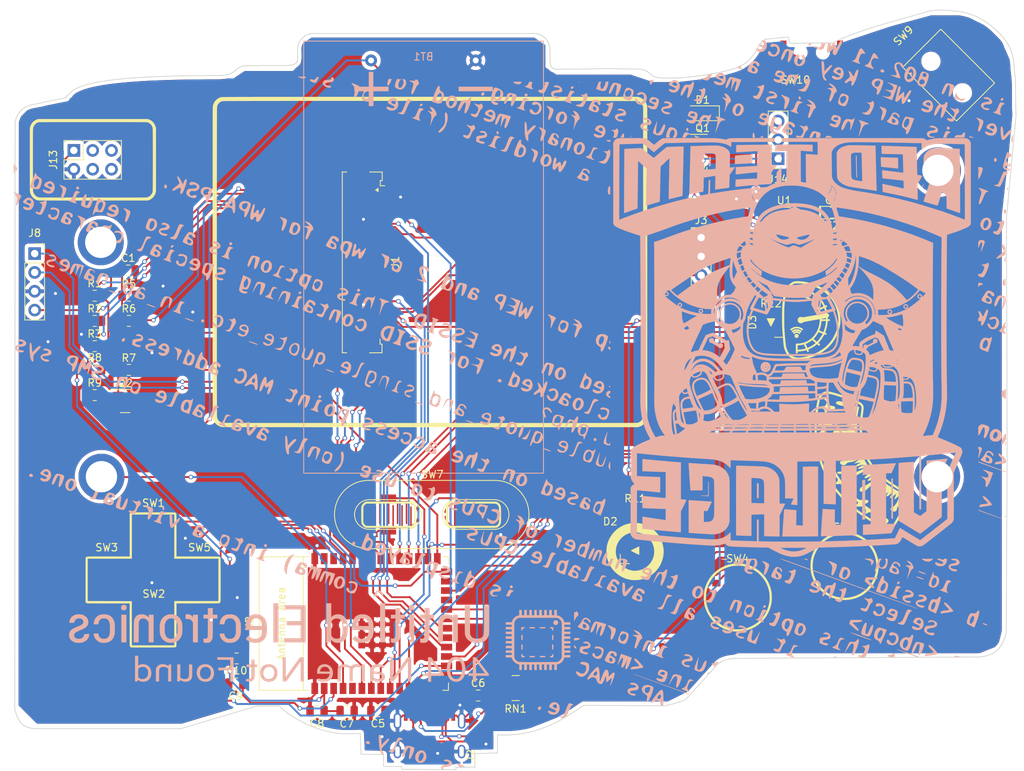
<source format=kicad_pcb>
(kicad_pcb (version 20221018) (generator pcbnew)
  (layers (0 "F.Cu" signal) (31 "B.Cu" signal) (34 "B.Paste" user) (35 "F.Paste" user) (36 "B.SilkS" user "B.Silkscreen") (37 "F.SilkS" user "F.Silkscreen") (38 "B.Mask" user) (39 "F.Mask" user) (44 "Edge.Cuts" user))
  (net 0 "")
  (net 1 "VDD")
  (net 2 "VSS")
  (net 3 "A")
  (net 4 "PreXDS")
  (net 5 "Net-(C3-Pad1)")
  (net 6 "Net-(C3-Pad2)")
  (net 7 "VCC")
  (net 8 "/D-")
  (net 9 "/D+")
  (net 10 "Reset")
  (net 11 "+5V")
  (net 12 "R1")
  (net 13 "G1")
  (net 14 "B1")
  (net 15 "Net-(D2-Pad4)")
  (net 16 "R2")
  (net 17 "G2")
  (net 18 "B2")
  (net 19 "Net-(D3-Pad4)")
  (net 20 "K")
  (net 21 "IM0")
  (net 22 "IM1")
  (net 23 "IM2")
  (net 24 "Disp_RESET")
  (net 25 "PCLK")
  (net 26 "DE")
  (net 46 "SDA")
  (net 47 "WR")
  (net 48 "RS")
  (net 49 "CS")
  (net 50 "XR")
  (net 51 "YD")
  (net 52 "XL")
  (net 53 "YU")
  (net 54 "Net-(J2-PadA5)")
  (net 56 "Net-(J2-PadB5)")
  (net 58 "Net-(J5-Pad1)")
  (net 59 "Net-(J6-Pad1)")
  (net 60 "RX")
  (net 61 "TX")
  (net 70 "Net-(Q2-Pad1)")
  (net 71 "Net-(Q2-Pad2)")
  (net 72 "BL")
  (net 77 "Up")
  (net 78 "Down")
  (net 79 "Left")
  (net 80 "Right")
  (net 81 "B")
  (net 82 "Start")
  (net 83 "Select")
  (net 84 "EnUp")
  (net 85 "EnDown")
  (net 86 "EnButton")
  (net 87 "Net-(SW10-Pad1)")
  (net 89 "Buzzer")
  (net 90 "Net-(J4-Pad1)")
  (net 91 "/SK6812")
  (net 92 "A_Btn")
  (footprint "Bsides22:CapSense" (layer "F.Cu") (at 201 119.125)
    (fp_text reference "J5" hide)
    (fp_text value "Cap Sense")
  )
  (footprint "Capacitor_SMD:C_0805_2012Metric" (layer "F.Cu") (at 121.3 146.8)
    (fp_text reference "C7")
    (fp_text value "22uF")
  )
  (footprint "RedVillage:SIQ-02FVS3_Encoder" (layer "F.Cu") (at 205.265301 58.134699 -45)
    (fp_text reference "SW9")
    (fp_text value "RotaryEncoder_Switch")
  )
  (footprint "Resistor_SMD:R_0805_2012Metric" (layer "F.Cu") (at 87.2875 90.8)
    (fp_text reference "R1")
    (fp_text value "Jumper")
  )
  (footprint "RedVillage:Omron_XF2M-4015-1A_1x40-1MP_P0.5mm_Horizontal" (layer "F.Cu") (at 124.1 86.3 -90)
    (fp_text reference "J1")
    (fp_text value "2.8\" Display")
  )
  (footprint "LOGO" (layer "F.Cu") (at 117.4 121.4705)
    (fp_text reference "G***" hide)
    (fp_text value "LOGO" hide)
  )
  (footprint "Resistor_SMD:R_0805_2012Metric" (layer "F.Cu") (at 91.8875 100.8 180)
    (fp_text reference "R7")
    (fp_text value "1k")
  )
  (footprint "Package_TO_SOT_SMD:SOT-23" (layer "F.Cu") (at 91.4 105)
    (fp_text reference "Q2")
    (fp_text value "Q_NPN_BCE")
  )
  (footprint "Connector_PinHeader_2.54mm:PinHeader_1x03_P2.54mm_Vertical" (layer "F.Cu") (at 169 82.96)
    (fp_text reference "J3")
    (fp_text value "Conn_01x03")
  )
  (footprint "Resistor_SMD:R_0805_2012Metric" (layer "F.Cu") (at 87.2875 100.8)
    (fp_text reference "R8")
    (fp_text value "10k")
  )
  (footprint "cafebabe:SMD Spacer M2.5" (layer "F.Cu") (at 88.3 115.2)
    (fp_text reference "J12" hide)
    (fp_text value "Conn_01x01")
  )
  (footprint "Resistor_SMD:R_0805_2012Metric" (layer "F.Cu") (at 106.4 139.7 180)
    (fp_text reference "R10")
    (fp_text value "1k")
  )
  (footprint "Resistor_SMD:R_0805_2012Metric" (layer "F.Cu") (at 178.4125 90.2 180)
    (fp_text reference "R12")
    (fp_text value "R_Small")
  )
  (footprint "Resistor_SMD:R_Array_Convex_4x0603" (layer "F.Cu") (at 144 143.7 180)
    (fp_text reference "RN1")
    (fp_text value "5.1k")
  )
  (footprint "RedVillage:XL-3227RGB_LED" (layer "F.Cu") (at 160.105 125.17)
    (fp_text reference "D2")
    (fp_text value "LED_RGBA")
  )
  (footprint "LOGO" (layer "F.Cu") (at 117.4 121.4705)
    (fp_text reference "G***" hide)
    (fp_text value "LOGO" hide)
  )
  (footprint "RedVillage:BZCN-TSC005A_Button" (layer "F.Cu") (at 101.4 129.2)
    (fp_text reference "SW5")
    (fp_text value "Right")
  )
  (footprint "Capacitor_SMD:C_0805_2012Metric" (layer "F.Cu") (at 91.8 87.4)
    (fp_text reference "C1")
    (fp_text value "1uF")
  )
  (footprint "Resistor_SMD:R_0805_2012Metric" (layer "F.Cu") (at 169.0875 75.4)
    (fp_text reference "R4")
    (fp_text value "100k")
  )
  (footprint "LOGO" (layer "F.Cu") (at 117.4 121.4705)
    (fp_text reference "G***" hide)
    (fp_text value "LOGO" hide)
  )
  (footprint "Capacitor_SMD:C_0805_2012Metric" (layer "F.Cu") (at 125.45 146.8 180)
    (fp_text reference "C5")
    (fp_text value "20pF")
  )
  (footprint "Resistor_SMD:R_0805_2012Metric" (layer "F.Cu") (at 87.2875 94.2)
    (fp_text reference "R2")
    (fp_text value "R_Small")
  )
  (footprint "RedVillage:C_0805_2012Metric" (layer "F.Cu") (at 186.65 79.6)
    (fp_text reference "C3")
    (fp_text value "2.2uF")
  )
  (footprint "cafebabe:SMD Spacer M2.5" (layer "F.Cu") (at 201 73.9)
    (fp_text reference "J10" hide)
    (fp_text value "Conn_01x01")
  )
  (footprint "Capacitor_SMD:C_0805_2012Metric" (layer "F.Cu") (at 186.65 83)
    (fp_text reference "C2")
    (fp_text value "10uF")
  )
  (footprint "LOGO" (layer "F.Cu") (at 117.4 121.4705)
    (fp_text reference "G***" hide)
    (fp_text value "LOGO" hide)
  )
  (footprint "RedVillage:BZCN-TSC005A_Button" (layer "F.Cu") (at 95.2 123.1)
    (fp_text reference "SW1")
    (fp_text value "Up")
  )
  (footprint "BadgePirates:USB_C_Receptical-Jing" (layer "F.Cu") (at 132.4 148.1125)
    (fp_text reference "J2")
    (fp_text value "USB_C_Plug_USB2.0")
  )
  (footprint "Connector_PinSocket_2.54mm:PinSocket_1x03_P2.54mm_Vertical" (layer "F.Cu") (at 179.375 72.325 180)
    (fp_text reference "J14")
    (fp_text value "Conn_01x03")
  )
  (footprint "Resistor_SMD:R_0805_2012Metric" (layer "F.Cu") (at 87.2875 104.2)
    (fp_text reference "R9")
    (fp_text value "10R")
  )
  (footprint "Connector_PinSocket_2.54mm:PinSocket_2x03_P2.54mm_Vertical" (layer "F.Cu") (at 84.475 71.21 90)
    (fp_text reference "J13")
    (fp_text value "Conn_02x03_Odd_Even")
  )
  (footprint "RedVillage:BZCN-TSC005A_Button" (layer "F.Cu") (at 173.9 131.4)
    (fp_text reference "SW4")
    (fp_text value "A")
  )
  (footprint "RedVillage:BZCN-TSC005A_Button" (layer "F.Cu") (at 88.9 129.1)
    (fp_text reference "SW3")
    (fp_text value "Left")
  )
  (footprint "cafebabe:SMD Spacer M2.5" (layer "F.Cu") (at 88.2 83.6)
    (fp_text reference "J9" hide)
    (fp_text value "Conn_01x01")
  )
  (footprint "Resistor_SMD:R_0805_2012Metric" (layer "F.Cu") (at 91.8875 94.2)
    (fp_text reference "R6")
    (fp_text value "0ohm")
  )
  (footprint "Connector_PinSocket_2.54mm:PinSocket_1x04_P2.54mm_Vertical" (layer "F.Cu") (at 79.2 85.12)
    (fp_text reference "J8")
    (fp_text value "Conn_01x04")
  )
  (footprint "Capacitor_SMD:C_0805_2012Metric" (layer "F.Cu") (at 117.25 146.8 180)
    (fp_text reference "C8")
    (fp_text value "100nF")
  )
  (footprint "LOGO" (layer "F.Cu") (at 117.4 121.4705)
    (fp_text reference "G***" hide)
    (fp_text value "LOGO" hide)
  )
  (footprint "Diode_SMD:D_SOD-123" (layer "F.Cu") (at 169.2 66.2 180)
    (fp_text reference "D1")
    (fp_text value "D_Schottky")
  )
  (footprint "Package_TO_SOT_SMD:TSOT-23-6_HandSoldering" (layer "F.Cu") (at 180.2 80.4)
    (fp_text reference "U1")
    (fp_text value "XDS_TX4310B")
  )
  (footprint "Resistor_SMD:R_0805_2012Metric" (layer "F.Cu") (at 91.8875 90.8 180)
    (fp_text reference "R5")
    (fp_text value "0ohm")
  )
  (footprint "Capacitor_SMD:C_0805_2012Metric" (layer "F.Cu") (at 106.3 143.1 180)
    (fp_text reference "C9")
    (fp_text value "100nF")
  )
  (footprint "RedVillage:XL-3227RGB_LED" (layer "F.Cu") (at 178.4 94.4 90)
    (fp_text reference "D3")
    (fp_text value "LED_RGBA")
  )
  (footprint "Resistor_SMD:R_0805_2012Metric" (layer "F.Cu") (at 87.2875 97.6)
    (fp_text reference "R3")
    (fp_text value "Jumper")
  )
  (footprint "LOGO" (layer "F.Cu") (at 117.4 121.4705)
    (fp_text reference "G***" hide)
    (fp_text value "LOGO" hide)
  )
  (footprint "Capacitor_SMD:C_0805_2012Metric" (layer "F.Cu") (at 173.95 79.8 180)
    (fp_text reference "C4")
    (fp_text value "10uF")
  )
  (footprint "Bsides22:CapSense" (layer "F.Cu") (at 88.125 119.25)
    (fp_text reference "J6" hide)
    (fp_text value "Cap Sense")
  )
  (footprint "Capacitor_SMD:C_0805_2012Metric" (layer "F.Cu") (at 138.95 144.7)
    (fp_text reference "C6")
    (fp_text value "20pF")
  )
  (footprint "LOGO" (layer "F.Cu") (at 117.4 121.4705)
    (fp_text reference "G***" hide)
    (fp_text value "LOGO" hide)
  )
  (footprint "cafebabe:SMD Spacer M2.5" (layer "F.Cu") (at 200.9 115.2)
    (fp_text reference "J11" hide)
    (fp_text value "Conn_01x01")
  )
  (footprint "UE-ButtonSwitch:SK-3296S_switch" (layer "F.Cu") (at 183.9 58)
    (fp_text reference "SW10")
    (fp_text value "Power")
  )
  (footprint "Resistor_SMD:R_0805_2012Metric" (layer "F.Cu") (at 160.1 119.8)
    (fp_text reference "R11")
    (fp_text value "R_Small")
  )
  (footprint "RedVillage:BZCN-TSC005A_Button" (layer "F.Cu") (at 95.2 135.2)
    (fp_text reference "SW2")
    (fp_text value "Down")
  )
  (footprint "RedVillage:StartSel" (layer "F.Cu") (at 132.7 120.3)
    (fp_text reference "SW7")
    (fp_text value "Start/Sel")
  )
  (footprint "Espressif:ESP32-S2-SOLO" (layer "F.Cu") (at 125.2 135 90)
    (fp_text reference "U2")
    (fp_text value "ESP32-S2-SOLO")
  )
  (footprint "RedVillage:BZCN-TSC005A_Button" (layer "F.Cu") (at 188.3 127.2)
    (fp_text reference "SW6")
    (fp_text value "B")
  )
  (footprint "Package_TO_SOT_SMD:SOT-23" (layer "F.Cu") (at 169.2 70.6)
    (fp_text reference "Q1")
    (fp_text value "Q_PMOS_DGS")
  )
  (footprint "RedVillage:AA_TH" (layer "B.Cu") (at 131.575 59.075 180)
    (fp_text reference "BT1")
    (fp_text value "Battery")
  )
  (gr_line (start 210.141 80.3204) (end 211.433 66.4381) (stroke (width 0.1)) (layer "Edge.Cuts"))
  (gr_line (start 107.3826 59.8347) (end 107.1761 59.8779) (stroke (width 0.1)) (layer "Edge.Cuts"))
  (gr_line (start 107.1761 59.8779) (end 106.9777 59.9382) (stroke (width 0.1)) (layer "Edge.Cuts"))
  (gr_line (start 209.345 55.5912) (end 208.89 55.1199) (stroke (width 0.1)) (layer "Edge.Cuts"))
  (gr_line (start 208.2 139.0675) (end 208.465 138.9145) (stroke (width 0.1)) (layer "Edge.Cuts"))
  (gr_line (start 113.9003 59.6675) (end 113.6826 59.7074) (stroke (width 0.1)) (layer "Edge.Cuts"))
  (gr_line (start 199.924 52.389) (end 199.593 52.4593) (stroke (width 0.1)) (layer "Edge.Cuts"))
  (gr_line (start 201.504 52.2968) (end 201.054 52.2929) (stroke (width 0.1)) (layer "Edge.Cuts"))
  (gr_line (start 174.543 59.7049) (end 174.3 59.8397) (stroke (width 0.1)) (layer "Edge.Cuts"))
  (gr_line (start 148.862 59.9852) (end 148.784 59.8585) (stroke (width 0.1)) (layer "Edge.Cuts"))
  (gr_line (start 172.672 60.4113) (end 171.806 60.6211) (stroke (width 0.1)) (layer "Edge.Cuts"))
  (gr_line (start 172.609 139.8145) (end 172.948 139.7585) (stroke (width 0.1)) (layer "Edge.Cuts"))
  (gr_line (start 80.6411 64.6699) (end 80.3558 64.7516) (stroke (width 0.1)) (layer "Edge.Cuts"))
  (gr_line (start 207.005 139.4425) (end 207.322 139.3815) (stroke (width 0.1)) (layer "Edge.Cuts"))
  (gr_line (start 106.7885 60.0182) (end 106.6099 60.1204) (stroke (width 0.1)) (layer "Edge.Cuts"))
  (gr_line (start 135.947 154.4125) (end 138.507 154.3555) (stroke (width 0.1)) (layer "Edge.Cuts"))
  (gr_line (start 175.361 59.093) (end 174.981 59.4119) (stroke (width 0.1)) (layer "Edge.Cuts"))
  (gr_line (start 76.7152 66.8533) (end 76.5654 67.3023) (stroke (width 0.1)) (layer "Edge.Cuts"))
  (gr_line (start 203.457 52.4415) (end 202.564 52.3521) (stroke (width 0.1)) (layer "Edge.Cuts"))
  (gr_line (start 106.0627 60.5733) (end 105.8666 60.7005) (stroke (width 0.1)) (layer "Edge.Cuts"))
  (gr_line (start 116.7614 55.4483) (end 116.5424 55.4593) (stroke (width 0.1)) (layer "Edge.Cuts"))
  (gr_line (start 210.722 57.6608) (end 210.547 57.2789) (stroke (width 0.1)) (layer "Edge.Cuts"))
  (gr_line (start 164.692 145.9605) (end 165.408 145.7735) (stroke (width 0.1)) (layer "Edge.Cuts"))
  (gr_line (start 174.981 59.4119) (end 174.77 59.5622) (stroke (width 0.1)) (layer "Edge.Cuts"))
  (gr_line (start 211.399 65.7864) (end 211.384 65.08) (stroke (width 0.1)) (layer "Edge.Cuts"))
  (gr_line (start 209.873 137.0455) (end 210.001 136.6485) (stroke (width 0.1)) (layer "Edge.Cuts"))
  (gr_line (start 79.4737 64.9252) (end 78.8846 65.0384) (stroke (width 0.1)) (layer "Edge.Cuts"))
  (gr_line (start 191.179 54.9248) (end 189.687 55.4488) (stroke (width 0.1)) (layer "Edge.Cuts"))
  (gr_line (start 187.457 56.3578) (end 186.708 56.7035) (stroke (width 0.1)) (layer "Edge.Cuts"))
  (gr_line (start 77.2997 65.8725) (end 77.0842 66.1443) (stroke (width 0.1)) (layer "Edge.Cuts"))
  (gr_line (start 113.6826 59.7074) (end 113.1317 59.7728) (stroke (width 0.1)) (layer "Edge.Cuts"))
  (gr_line (start 157.394 60.1925) (end 156.527 60.1696) (stroke (width 0.1)) (layer "Edge.Cuts"))
  (gr_line (start 210.058 56.4712) (end 209.733 56.0413) (stroke (width 0.1)) (layer "Edge.Cuts"))
  (gr_line (start 148.262 56.3883) (end 148.139 56.224) (stroke (width 0.1)) (layer "Edge.Cuts"))
  (gr_line (start 97.1062 61.2066) (end 94.4713 61.3131) (stroke (width 0.1)) (layer "Edge.Cuts"))
  (gr_line (start 128.671 154.6455) (end 135.982 154.7025) (stroke (width 0.1)) (layer "Edge.Cuts"))
  (gr_line (start 208.465 138.9145) (end 208.716 138.7355) (stroke (width 0.1)) (layer "Edge.Cuts"))
  (gr_line (start 83.4885 63.9305) (end 83.442 64.1087) (stroke (width 0.1)) (layer "Edge.Cuts"))
  (gr_line (start 153.141 146.0205) (end 164.003 146.0915) (stroke (width 0.1)) (layer "Edge.Cuts"))
  (gr_line (start 148.582 57.1526) (end 148.53 56.9476) (stroke (width 0.1)) (layer "Edge.Cuts"))
  (gr_line (start 84.3659 63.131) (end 84.199 63.2602) (stroke (width 0.1)) (layer "Edge.Cuts"))
  (gr_line (start 173.759 60.0795) (end 173.461 60.1834) (stroke (width 0.1)) (layer "Edge.Cuts"))
  (gr_line (start 142.483 150.0315) (end 143.36 150.0075) (stroke (width 0.1)) (layer "Edge.Cuts"))
  (gr_line (start 174.77 59.5622) (end 174.543 59.7049) (stroke (width 0.1)) (layer "Edge.Cuts"))
  (gr_line (start 210.328 56.8831) (end 210.058 56.4712) (stroke (width 0.1)) (layer "Edge.Cuts"))
  (gr_line (start 117.799 149.3025) (end 118.349 149.4595) (stroke (width 0.1)) (layer "Edge.Cuts"))
  (gr_line (start 78.003 148.8835) (end 78.265 148.9905) (stroke (width 0.1)) (layer "Edge.Cuts"))
  (gr_line (start 161.777 60.5989) (end 161.579 60.476) (stroke (width 0.1)) (layer "Edge.Cuts"))
  (gr_line (start 207.628 139.2995) (end 207.92 139.1955) (stroke (width 0.1)) (layer "Edge.Cuts"))
  (gr_line (start 116.5424 55.4593) (end 116.3299 55.4915) (stroke (width 0.1)) (layer "Edge.Cuts"))
  (gr_line (start 145.806 149.6605) (end 146.566 149.4665) (stroke (width 0.1)) (layer "Edge.Cuts"))
  (gr_line (start 119.781 149.7565) (end 120.2 149.8085) (stroke (width 0.1)) (layer "Edge.Cuts"))
  (gr_line (start 83.5805 63.7894) (end 83.5277 63.8545) (stroke (width 0.1)) (layer "Edge.Cuts"))
  (gr_line (start 99.9541 61.1425) (end 97.1062 61.2066) (stroke (width 0.1)) (layer "Edge.Cuts"))
  (gr_line (start 114.0833 59.6197) (end 113.9003 59.6675) (stroke (width 0.1)) (layer "Edge.Cuts"))
  (gr_line (start 176.226 58.0641) (end 175.976 58.4114) (stroke (width 0.1)) (layer "Edge.Cuts"))
  (gr_line (start 108.9519 59.7968) (end 108.0382 59.7824) (stroke (width 0.1)) (layer "Edge.Cuts"))
  (gr_line (start 208.89 55.1199) (end 208.5 54.7649) (stroke (width 0.1)) (layer "Edge.Cuts"))
  (gr_line (start 78.8846 65.0384) (end 78.5963 65.1113) (stroke (width 0.1)) (layer "Edge.Cuts"))
  (gr_line (start 126.217 154.2465) (end 128.659 154.2825) (stroke (width 0.1)) (layer "Edge.Cuts"))
  (gr_line (start 79.2753 149.1775) (end 98.8741 149.1765) (stroke (width 0.1)) (layer "Edge.Cuts"))
  (gr_line (start 180.978 56.7727) (end 180.743 55.9066) (stroke (width 0.1)) (layer "Edge.Cuts"))
  (gr_line (start 84.769 62.8876) (end 84.5561 63.007) (stroke (width 0.1)) (layer "Edge.Cuts"))
  (gr_line (start 201.054 52.2929) (end 201.054 52.2929) (stroke (width 0.1)) (layer "Edge.Cuts"))
  (gr_line (start 106.4428 60.2475) (end 106.2548 60.4229) (stroke (width 0.1)) (layer "Edge.Cuts"))
  (gr_line (start 211.203 60.4266) (end 211.155 59.7573) (stroke (width 0.1)) (layer "Edge.Cuts"))
  (gr_line (start 177.999 56.1666) (end 177.866 56.1785) (stroke (width 0.1)) (layer "Edge.Cuts"))
  (gr_line (start 112.1565 146.1045) (end 112.48 146.4305) (stroke (width 0.1)) (layer "Edge.Cuts"))
  (gr_line (start 114.2346 59.5617) (end 114.0833 59.6197) (stroke (width 0.1)) (layer "Edge.Cuts"))
  (gr_line (start 194.243 53.9853) (end 192.693 54.4437) (stroke (width 0.1)) (layer "Edge.Cuts"))
  (gr_line (start 114.6366 57.3651) (end 114.6256 57.5841) (stroke (width 0.1)) (layer "Edge.Cuts"))
  (gr_line (start 115.5656 55.8121) (end 115.4013 55.9348) (stroke (width 0.1)) (layer "Edge.Cuts"))
  (gr_line (start 161.344 60.3715) (end 161.062 60.2935) (stroke (width 0.1)) (layer "Edge.Cuts"))
  (gr_line (start 114.6256 57.5841) (end 114.6417 58.1959) (stroke (width 0.1)) (layer "Edge.Cuts"))
  (gr_line (start 89.9279 61.6753) (end 88.9595 61.7998) (stroke (width 0.1)) (layer "Edge.Cuts"))
  (gr_line (start 117.2073 149.1105) (end 117.799 149.3025) (stroke (width 0.1)) (layer "Edge.Cuts"))
  (gr_line (start 146.49 55.4483) (end 116.7614 55.4483) (stroke (width 0.1)) (layer "Edge.Cuts"))
  (gr_line (start 207.736 54.1448) (end 207.361 53.8776) (stroke (width 0.1)) (layer "Edge.Cuts"))
  (gr_line (start 146.566 149.4665) (end 147.302 149.2345) (stroke (width 0.1)) (layer "Edge.Cuts"))
  (gr_line (start 160.312 60.2505) (end 159.589 60.2257) (stroke (width 0.1)) (layer "Edge.Cuts"))
  (gr_line (start 169.857 60.988) (end 168.779 61.1466) (stroke (width 0.1)) (layer "Edge.Cuts"))
  (gr_line (start 177.514 56.3144) (end 177.409 56.3903) (stroke (width 0.1)) (layer "Edge.Cuts"))
  (gr_line (start 83.935 63.5326) (end 83.8388 63.6767) (stroke (width 0.1)) (layer "Edge.Cuts"))
  (gr_line (start 105.8666 60.7005) (end 105.6666 60.8065) (stroke (width 0.1)) (layer "Edge.Cuts"))
  (gr_line (start 108.0382 59.7824) (end 107.5959 59.8061) (stroke (width 0.1)) (layer "Edge.Cuts"))
  (gr_line (start 161.062 60.2935) (end 160.722 60.2504) (stroke (width 0.1)) (layer "Edge.Cuts"))
  (gr_line (start 84.5561 63.007) (end 84.3659 63.131) (stroke (width 0.1)) (layer "Edge.Cuts"))
  (gr_line (start 163.943 61.4587) (end 163.361 61.4114) (stroke (width 0.1)) (layer "Edge.Cuts"))
  (gr_line (start 109.0745 146.1385) (end 112.1565 146.1045) (stroke (width 0.1)) (layer "Edge.Cuts"))
  (gr_line (start 147.126 55.544) (end 146.921 55.4915) (stroke (width 0.1)) (layer "Edge.Cuts"))
  (gr_line (start 76.816 147.4775) (end 77.0031 147.8955) (stroke (width 0.1)) (layer "Edge.Cuts"))
  (gr_line (start 163.361 61.4114) (end 163.106 61.3722) (stroke (width 0.1)) (layer "Edge.Cuts"))
  (gr_line (start 166.149 145.5345) (end 166.912 145.2465) (stroke (width 0.1)) (layer "Edge.Cuts"))
  (gr_line (start 105.4627 60.8931) (end 105.2552 60.9623) (stroke (width 0.1)) (layer "Edge.Cuts"))
  (gr_line (start 209.725 137.4065) (end 209.873 137.0455) (stroke (width 0.1)) (layer "Edge.Cuts"))
  (gr_line (start 149.406 60.2584) (end 149.23 60.2242) (stroke (width 0.1)) (layer "Edge.Cuts"))
  (gr_line (start 210.96 58.389) (end 210.857 58.0303) (stroke (width 0.1)) (layer "Edge.Cuts"))
  (gr_line (start 115.7417 55.7053) (end 115.5656 55.8121) (stroke (width 0.1)) (layer "Edge.Cuts"))
  (gr_line (start 211.28 61.1061) (end 211.203 60.4266) (stroke (width 0.1)) (layer "Edge.Cuts"))
  (gr_line (start 118.859 149.5855) (end 119.336 149.6835) (stroke (width 0.1)) (layer "Edge.Cuts"))
  (gr_line (start 205.481 52.9128) (end 205.094 52.7846) (stroke (width 0.1)) (layer "Edge.Cuts"))
  (gr_line (start 207.322 139.3815) (end 207.628 139.2995) (stroke (width 0.1)) (layer "Edge.Cuts"))
  (gr_line (start 207.92 139.1955) (end 208.2 139.0675) (stroke (width 0.1)) (layer "Edge.Cuts"))
  (gr_line (start 162.678 61.2595) (end 162.507 61.1846) (stroke (width 0.1)) (layer "Edge.Cuts"))
  (gr_line (start 168.779 61.1466) (end 167.636 61.2898) (stroke (width 0.1)) (layer "Edge.Cuts"))
  (gr_line (start 148.624 58.8553) (end 148.626 57.5841) (stroke (width 0.1)) (layer "Edge.Cuts"))
  (gr_line (start 173.663 139.6945) (end 206.337 139.5055) (stroke (width 0.1)) (layer "Edge.Cuts"))
  (gr_line (start 76.5183 146.5975) (end 76.6625 147.0405) (stroke (width 0.1)) (layer "Edge.Cuts"))
  (gr_line (start 109.8402 59.7571) (end 109.4041 59.794) (stroke (width 0.1)) (layer "Edge.Cuts"))
  (gr_line (start 98.8741 149.1765) (end 109.0745 146.1385) (stroke (width 0.1)) (layer "Edge.Cuts"))
  (gr_line (start 85.8387 62.4566) (end 85.261 62.6634) (stroke (width 0.1)) (layer "Edge.Cuts"))
  (gr_line (start 141.558 152.4455) (end 141.571 150.0085) (stroke (width 0.1)) (layer "Edge.Cuts"))
  (gr_line (start 88.9595 61.7998) (end 88.0639 61.9404) (stroke (width 0.1)) (layer "Edge.Cuts"))
  (gr_line (start 77.5725 148.6125) (end 77.773 148.7565) (stroke (width 0.1)) (layer "Edge.Cuts"))
  (gr_line (start 105.2552 60.9623) (end 104.8292 61.0561) (stroke (width 0.1)) (layer "Edge.Cuts"))
  (gr_line (start 175.69 58.7571) (end 175.361 59.093) (stroke (width 0.1)) (layer "Edge.Cuts"))
  (gr_line (start 178.141 56.1728) (end 177.999 56.1666) (stroke (width 0.1)) (layer "Edge.Cuts"))
  (gr_line (start 115.4013 55.9348) (end 115.2498 56.0725) (stroke (width 0.1)) (layer "Edge.Cuts"))
  (gr_line (start 160.722 60.2504) (end 160.312 60.2505) (stroke (width 0.1)) (layer "Edge.Cuts"))
  (gr_line (start 172.285 139.8955) (end 172.609 139.8145) (stroke (width 0.1)) (layer "Edge.Cuts"))
  (gr_line (start 174.3 59.8397) (end 174.039 59.9648) (stroke (width 0.1)) (layer "Edge.Cuts"))
  (gr_line (start 206.337 139.5055) (end 206.676 139.4835) (stroke (width 0.1)) (layer "Edge.Cuts"))
  (gr_line (start 114.5796 59.1808) (end 114.5266 59.303) (stroke (width 0.1)) (layer "Edge.Cuts"))
  (gr_line (start 199.593 52.4593) (end 199.271 52.5502) (stroke (width 0.1)) (layer "Edge.Cuts"))
  (gr_line (start 163.106 61.3722) (end 162.878 61.3218) (stroke (width 0.1)) (layer "Edge.Cuts"))
  (gr_line (start 150.038 148.0105) (end 150.681 147.6435) (stroke (width 0.1)) (layer "Edge.Cuts"))
  (gr_line (start 149.082 60.1676) (end 148.96 60.088) (stroke (width 0.1)) (layer "Edge.Cuts"))
  (gr_line (start 128.659 154.2825) (end 128.671 154.6455) (stroke (width 0.1)) (layer "Edge.Cuts"))
  (gr_line (start 83.6482 63.7367) (end 83.5805 63.7894) (stroke (width 0.1)) (layer "Edge.Cuts"))
  (gr_line (start 116.3299 55.4915) (end 116.1249 55.544) (stroke (width 0.1)) (layer "Edge.Cuts"))
  (gr_line (start 147.686 55.8121) (end 147.509 55.7053) (stroke (width 0.1)) (layer "Edge.Cuts"))
  (gr_line (start 120.2 149.8085) (end 120.597 149.8405) (stroke (width 0.1)) (layer "Edge.Cuts"))
  (gr_line (start 106.2548 60.4229) (end 106.0627 60.5733) (stroke (width 0.1)) (layer "Edge.Cuts"))
  (gr_line (start 76.6625 147.0405) (end 76.816 147.4775) (stroke (width 0.1)) (layer "Edge.Cuts"))
  (gr_line (start 84.0548 63.3941) (end 83.935 63.5326) (stroke (width 0.1)) (layer "Edge.Cuts"))
  (gr_line (start 114.6152 59.0368) (end 114.5796 59.1808) (stroke (width 0.1)) (layer "Edge.Cuts"))
  (gr_line (start 83.442 64.1087) (end 80.6411 64.6699) (stroke (width 0.1)) (layer "Edge.Cuts"))
  (gr_line (start 84.199 63.2602) (end 84.0548 63.3941) (stroke (width 0.1)) (layer "Edge.Cuts"))
  (gr_line (start 177.625 56.2534) (end 177.514 56.3144) (stroke (width 0.1)) (layer "Edge.Cuts"))
  (gr_line (start 201.054 52.2929) (end 200.646 52.3069) (stroke (width 0.1)) (layer "Edge.Cuts"))
  (gr_line (start 90.9661 61.5647) (end 89.9279 61.6753) (stroke (width 0.1)) (layer "Edge.Cuts"))
  (gr_line (start 80.3558 64.7516) (end 80.0649 64.8177) (stroke (width 0.1)) (layer "Edge.Cuts"))
  (gr_line (start 120.597 149.8405) (end 120.974 149.8585) (stroke (width 0.1)) (layer "Edge.Cuts"))
  (gr_line (start 148.725 59.7078) (end 148.682 59.5325) (stroke (width 0.1)) (layer "Edge.Cuts"))
  (gr_line (start 107.5959 59.8061) (end 107.3826 59.8347) (stroke (width 0.1)) (layer "Edge.Cuts"))
  (gr_line (start 211.089 59.083) (end 211.035 58.7393) (stroke (width 0.1)) (layer "Edge.Cuts"))
  (gr_line (start 208.716 138.7355) (end 208.952 138.5295) (stroke (width 0.1)) (layer "Edge.Cuts"))
  (gr_line (start 114.7213 56.9476) (end 114.6688 57.1526) (stroke (width 0.1)) (layer "Edge.Cuts"))
  (gr_line (start 188.202 56.0348) (end 187.457 56.3578) (stroke (width 0.1)) (layer "Edge.Cuts"))
  (gr_line (start 206.676 139.4835) (end 207.005 139.4425) (stroke (width 0.1)) (layer "Edge.Cuts"))
  (gr_line (start 114.6688 57.1526) (end 114.6366 57.3651) (stroke (width 0.1)) (layer "Edge.Cuts"))
  (gr_line (start 106.6099 60.1204) (end 106.4428 60.2475) (stroke (width 0.1)) (layer "Edge.Cuts"))
  (gr_line (start 208.5 54.7649) (end 208.115 54.4398) (stroke (width 0.1)) (layer "Edge.Cuts"))
  (gr_line (start 204.699 52.6751) (end 204.296 52.5821) (stroke (width 0.1)) (layer "Edge.Cuts"))
  (gr_line (start 114.4534 59.4056) (end 114.357 59.4911) (stroke (width 0.1)) (layer "Edge.Cuts"))
  (gr_line (start 113.7347 147.3835) (end 114.2308 147.6935) (stroke (width 0.1)) (layer "Edge.Cuts"))
  (gr_line (start 114.6417 58.1959) (end 114.6459 58.674) (stroke (width 0.1)) (layer "Edge.Cuts"))
  (gr_line (start 85.261 62.6634) (end 84.769 62.8876) (stroke (width 0.1)) (layer "Edge.Cuts"))
  (gr_line (start 209.733 56.0413) (end 209.345 55.5912) (stroke (width 0.1)) (layer "Edge.Cuts"))
  (gr_line (start 77.773 148.7565) (end 78.003 148.8835) (stroke (width 0.1)) (layer "Edge.Cuts"))
  (gr_line (start 171.981 140.0015) (end 172.285 139.8955) (stroke (width 0.1)) (layer "Edge.Cuts"))
  (gr_line (start 76.8889 66.4693) (end 76.7152 66.8533) (stroke (width 0.1)) (layer "Edge.Cuts"))
  (gr_line (start 171.439 140.3075) (end 171.698 140.1375) (stroke (width 0.1)) (layer "Edge.Cuts"))
  (gr_line (start 138.517 152.5275) (end 141.558 152.4455) (stroke (width 0.1)) (layer "Edge.Cuts"))
  (gr_line (start 164.003 146.0915) (end 164.692 145.9605) (stroke (width 0.1)) (layer "Edge.Cuts"))
  (gr_line (start 141.571 150.0085) (end 142.483 150.0315) (stroke (width 0.1)) (layer "Edge.Cuts"))
  (gr_line (start 83.5277 63.8545) (end 83.4885 63.9305) (stroke (width 0.1)) (layer "Edge.Cuts"))
  (gr_line (start 204.296 52.5821) (end 203.882 52.5046) (stroke (width 0.1)) (layer "Edge.Cuts"))
  (gr_line (start 177.409 56.3903) (end 177.211 56.581) (stroke (width 0.1)) (layer "Edge.Cuts"))
  (gr_line (start 161.579 60.476) (end 161.344 60.3715) (stroke (width 0.1)) (layer "Edge.Cuts"))
  (gr_line (start 147.509 55.7053) (end 147.323 55.6156) (stroke (width 0.1)) (layer "Edge.Cuts"))
  (gr_line (start 177.024 56.8172) (end 176.84 57.0921) (stroke (width 0.1)) (layer "Edge.Cuts"))
  (gr_line (start 153.474 60.246) (end 149.852 60.2608) (stroke (width 0.1)) (layer "Edge.Cuts"))
  (gr_line (start 94.4713 61.3131) (end 93.2403 61.3844) (stroke (width 0.1)) (layer "Edge.Cuts"))
  (gr_line (start 77.5322 65.6482) (end 77.2997 65.8725) (stroke (width 0.1)) (layer "Edge.Cuts"))
  (gr_line (start 148.53 56.9476) (end 148.458 56.7512) (stroke (width 0.1)) (layer "Edge.Cuts"))
  (gr_line (start 77.0842 66.1443) (end 76.8889 66.4693) (stroke (width 0.1)) (layer "Edge.Cuts"))
  (gr_line (start 112.48 146.4305) (end 112.8541 146.7525) (stroke (width 0.1)) (layer "Edge.Cuts"))
  (gr_line (start 88.0639 61.9404) (end 87.2433 62.0959) (stroke (width 0.1)) (layer "Edge.Cuts"))
  (gr_line (start 78.5627 149.0765) (end 78.8986 149.1395) (stroke (width 0.1)) (layer "Edge.Cuts"))
  (gr_line (start 208.115 54.4398) (end 207.736 54.1448) (stroke (width 0.1)) (layer "Edge.Cuts"))
  (gr_line (start 188.945 55.733) (end 188.202 56.0348) (stroke (width 0.1)) (layer "Edge.Cuts"))
  (gr_line (start 78.8986 149.1395) (end 79.2753 149.1775) (stroke (width 0.1)) (layer "Edge.Cuts"))
  (gr_line (start 158.155 60.2165) (end 157.394 60.1925) (stroke (width 0.1)) (layer "Edge.Cuts"))
  (gr_line (start 123.188 152.6135) (end 126.166 152.6605) (stroke (width 0.1)) (layer "Edge.Cuts"))
  (gr_line (start 83.8388 63.6767) (end 83.7339 63.6989) (stroke (width 0.1)) (layer "Edge.Cuts"))
  (gr_line (start 197.517 53.0582) (end 195.846 53.5295) (stroke (width 0.1)) (layer "Edge.Cuts"))
  (gr_line (start 115.8803 148.6115) (end 116.5691 148.8815) (stroke (width 0.1)) (layer "Edge.Cuts"))
  (gr_line (start 210.547 57.2789) (end 210.328 56.8831) (stroke (width 0.1)) (layer "Edge.Cuts"))
  (gr_line (start 77.3979 148.4525) (end 77.5725 148.6125) (stroke (width 0.1)) (layer "Edge.Cuts"))
  (gr_line (start 211.035 58.7393) (end 210.96 58.389) (stroke (width 0.1)) (layer "Edge.Cuts"))
  (gr_line (start 121.688 149.8595) (end 123.063 149.8215) (stroke (width 0.1)) (layer "Edge.Cuts"))
  (gr_line (start 211.334 61.6115) (end 211.28 61.1061) (stroke (width 0.1)) (layer "Edge.Cuts"))
  (gr_line (start 171.698 140.1375) (end 171.981 140.0015) (stroke (width 0.1)) (layer "Edge.Cuts"))
  (gr_line (start 104.3892 61.1032) (end 103.9361 61.1189) (stroke (width 0.1)) (layer "Edge.Cuts"))
  (gr_line (start 77.0031 147.8955) (end 77.1162 148.0915) (stroke (width 0.1)) (layer "Edge.Cuts"))
  (gr_line (start 205.862 53.0611) (end 205.481 52.9128) (stroke (width 0.1)) (layer "Edge.Cuts"))
  (gr_line (start 166.43 61.4174) (end 165.284 61.4446) (stroke (width 0.1)) (layer "Edge.Cuts"))
  (gr_line (start 186.708 56.7035) (end 180.978 56.7727) (stroke (width 0.1)) (layer "Edge.Cuts"))
  (gr_line (start 114.8826 56.5644) (end 114.7929 56.7512) (stroke (width 0.1)) (layer "Edge.Cuts"))
  (gr_line (start 120.974 149.8585) (end 121.688 149.8595) (stroke (width 0.1)) (layer "Edge.Cuts"))
  (gr_line (start 149.23 60.2242) (end 149.082 60.1676) (stroke (width 0.1)) (layer "Edge.Cuts"))
  (gr_line (start 162.367 61.0965) (end 162.26 60.9945) (stroke (width 0.1)) (layer "Edge.Cuts"))
  (gr_line (start 115.1121 56.224) (end 114.9894 56.3883) (stroke (width 0.1)) (layer "Edge.Cuts"))
  (gr_line (start 78.3146 65.2032) (end 78.0418 65.3195) (stroke (width 0.1)) (layer "Edge.Cuts"))
  (gr_line (start 114.357 59.4911) (end 114.2346 59.5617) (stroke (width 0.1)) (layer "Edge.Cuts"))
  (gr_line (start 102.9927 61.1172) (end 99.9541 61.1425) (stroke (width 0.1)) (layer "Edge.Cuts"))
  (gr_line (start 148.626 57.5841) (end 148.615 57.3651) (stroke (width 0.1)) (layer "Edge.Cuts"))
  (gr_line (start 200.272 52.3384) (end 199.924 52.389) (stroke (width 0.1)) (layer "Edge.Cuts"))
  (gr_line (start 114.7929 56.7512) (end 114.7213 56.9476) (stroke (width 0.1)) (layer "Edge.Cuts"))
  (gr_line (start 114.9894 56.3883) (end 114.8826 56.5644) (stroke (width 0.1)) (layer "Edge.Cuts"))
  (gr_line (start 162.26 60.9945) (end 161.949 60.7318) (stroke (width 0.1)) (layer "Edge.Cuts"))
  (gr_line (start 77.7803 65.4658) (end 77.5322 65.6482) (stroke (width 0.1)) (layer "Edge.Cuts"))
  (gr_line (start 206.614 53.4213) (end 206.239 53.2301) (stroke (width 0.1)) (layer "Edge.Cuts"))
  (gr_line (start 158.878 60.2209) (end 158.155 60.2165) (stroke (width 0.1)) (layer "Edge.Cuts"))
  (gr_line (start 175.976 58.4114) (end 175.69 58.7571) (stroke (width 0.1)) (layer "Edge.Cuts"))
  (gr_line (start 211.155 59.7573) (end 211.089 59.083) (stroke (width 0.1)) (layer "Edge.Cuts"))
  (gr_line (start 172.948 139.7585) (end 173.301 139.7185) (stroke (width 0.1)) (layer "Edge.Cuts"))
  (gr_line (start 103.9361 61.1189) (end 102.9927 61.1172) (stroke (width 0.1)) (layer "Edge.Cuts"))
  (gr_line (start 78.5963 65.1113) (end 78.3146 65.2032) (stroke (width 0.1)) (layer "Edge.Cuts"))
  (gr_line (start 148.784 59.8585) (end 148.725 59.7078) (stroke (width 0.1)) (layer "Edge.Cuts"))
  (gr_line (start 113.2742 147.0695) (end 113.7347 147.3835) (stroke (width 0.1)) (layer "Edge.Cuts"))
  (gr_line (start 166.912 145.2465) (end 171.207 140.5165) (stroke (width 0.1)) (layer "Edge.Cuts"))
  (gr_line (start 209.373 138.0315) (end 209.558 137.7355) (stroke (width 0.1)) (layer "Edge.Cuts"))
  (gr_line (start 209.171 138.2955) (end 209.373 138.0315) (stroke (width 0.1)) (layer "Edge.Cuts"))
  (gr_line (start 211.384 65.08) (end 211.38 63.6047) (stroke (width 0.1)) (layer "Edge.Cuts"))
  (gr_line (start 151.31 147.2585) (end 151.929 146.8575) (stroke (width 0.1)) (layer "Edge.Cuts"))
  (gr_line (start 210.108 136.2155) (end 210.231 111.3201) (stroke (width 0.1)) (layer "Edge.Cuts"))
  (gr_line (start 106.9777 59.9382) (end 106.7885 60.0182) (stroke (width 0.1)) (layer "Edge.Cuts"))
  (gr_line (start 171.806 60.6211) (end 170.867 60.8128) (stroke (width 0.1)) (layer "Edge.Cuts"))
  (gr_line (start 148.682 59.5325) (end 148.652 59.3323) (stroke (width 0.1)) (layer "Edge.Cuts"))
  (gr_line (start 93.2403 61.3844) (end 92.0709 61.4676) (stroke (width 0.1)) (layer "Edge.Cuts"))
  (gr_line (start 211.38 63.6047) (end 211.364 62.213) (stroke (width 0.1)) (layer "Edge.Cuts"))
  (gr_line (start 199.271 52.5502) (end 197.517 53.0582) (stroke (width 0.1)) (layer "Edge.Cuts"))
  (gr_line (start 211.364 62.213) (end 211.334 61.6115) (stroke (width 0.1)) (layer "Edge.Cuts"))
  (gr_line (start 209.558 137.7355) (end 209.725 137.4065) (stroke (width 0.1)) (layer "Edge.Cuts"))
  (gr_line (start 148.458 56.7512) (end 148.369 56.5644) (stroke (width 0.1)) (layer "Edge.Cuts"))
  (gr_line (start 208.952 138.5295) (end 209.171 138.2955) (stroke (width 0.1)) (layer "Edge.Cuts"))
  (gr_line (start 195.846 53.5295) (end 194.243 53.9853) (stroke (width 0.1)) (layer "Edge.Cuts"))
  (gr_line (start 149.381 148.3565) (end 150.038 148.0105) (stroke (width 0.1)) (layer "Edge.Cuts"))
  (gr_line (start 180.743 55.9066) (end 178.141 56.1728) (stroke (width 0.1)) (layer "Edge.Cuts"))
  (gr_line (start 189.687 55.4488) (end 188.945 55.733) (stroke (width 0.1)) (layer "Edge.Cuts"))
  (gr_line (start 114.2308 147.6935) (end 114.7574 148.0015) (stroke (width 0.1)) (layer "Edge.Cuts"))
  (gr_line (start 161.949 60.7318) (end 161.777 60.5989) (stroke (width 0.1)) (layer "Edge.Cuts"))
  (gr_line (start 210.001 136.6485) (end 210.108 136.2155) (stroke (width 0.1)) (layer "Edge.Cuts"))
  (gr_line (start 210.857 58.0303) (end 210.722 57.6608) (stroke (width 0.1)) (layer "Edge.Cuts"))
  (gr_line (start 78.265 148.9905) (end 78.5627 149.0765) (stroke (width 0.1)) (layer "Edge.Cuts"))
  (gr_line (start 147.302 149.2345) (end 148.015 148.9695) (stroke (width 0.1)) (layer "Edge.Cuts"))
  (gr_line (start 115.2498 56.0725) (end 115.1121 56.224) (stroke (width 0.1)) (layer "Edge.Cuts"))
  (gr_line (start 173.301 139.7185) (end 173.663 139.6945) (stroke (width 0.1)) (layer "Edge.Cuts"))
  (gr_line (start 145.02 149.8175) (end 145.806 149.6605) (stroke (width 0.1)) (layer "Edge.Cuts"))
  (gr_line (start 210.231 111.3201) (end 210.141 80.3204) (stroke (width 0.1)) (layer "Edge.Cuts"))
  (gr_line (start 167.636 61.2898) (end 166.43 61.4174) (stroke (width 0.1)) (layer "Edge.Cuts"))
  (gr_line (start 135.982 154.7025) (end 135.947 154.4125) (stroke (width 0.1)) (layer "Edge.Cuts"))
  (gr_line (start 165.284 61.4446) (end 163.943 61.4587) (stroke (width 0.1)) (layer "Edge.Cuts"))
  (gr_line (start 146.709 55.4593) (end 146.49 55.4483) (stroke (width 0.1)) (layer "Edge.Cuts"))
  (gr_line (start 211.433 66.4381) (end 211.399 65.7864) (stroke (width 0.1)) (layer "Edge.Cuts"))
  (gr_line (start 78.0418 65.3195) (end 77.7803 65.4658) (stroke (width 0.1)) (layer "Edge.Cuts"))
  (gr_line (start 148.001 56.0725) (end 147.85 55.9348) (stroke (width 0.1)) (layer "Edge.Cuts"))
  (gr_line (start 77.247 148.2785) (end 77.3979 148.4525) (stroke (width 0.1)) (layer "Edge.Cuts"))
  (gr_line (start 114.7574 148.0015) (end 115.8803 148.6115) (stroke (width 0.1)) (layer "Edge.Cuts"))
  (gr_line (start 115.9285 55.6156) (end 115.7417 55.7053) (stroke (width 0.1)) (layer "Edge.Cuts"))
  (gr_line (start 176.84 57.0921) (end 176.448 57.7231) (stroke (width 0.1)) (layer "Edge.Cuts"))
  (gr_line (start 165.408 145.7735) (end 166.149 145.5345) (stroke (width 0.1)) (layer "Edge.Cuts"))
  (gr_line (start 203.882 52.5046) (end 203.457 52.4415) (stroke (width 0.1)) (layer "Edge.Cuts"))
  (gr_line (start 151.929 146.8575) (end 153.141 146.0205) (stroke (width 0.1)) (layer "Edge.Cuts"))
  (gr_line (start 177.211 56.581) (end 177.024 56.8172) (stroke (width 0.1)) (layer "Edge.Cuts"))
  (gr_line (start 86.5007 62.268) (end 85.8387 62.4566) (stroke (width 0.1)) (layer "Edge.Cuts"))
  (gr_line (start 77.1162 148.0915) (end 77.247 148.2785) (stroke (width 0.1)) (layer "Edge.Cuts"))
  (gr_line (start 149.612 60.2704) (end 149.406 60.2584) (stroke (width 0.1)) (layer "Edge.Cuts"))
  (gr_line (start 76.5654 67.3023) (end 76.5183 146.5975) (stroke (width 0.1)) (layer "Edge.Cuts"))
  (gr_line (start 83.7339 63.6989) (end 83.6482 63.7367) (stroke (width 0.1)) (layer "Edge.Cuts"))
  (gr_line (start 177.742 56.2074) (end 177.625 56.2534) (stroke (width 0.1)) (layer "Edge.Cuts"))
  (gr_line (start 192.693 54.4437) (end 191.179 54.9248) (stroke (width 0.1)) (layer "Edge.Cuts"))
  (gr_line (start 116.1249 55.544) (end 115.9285 55.6156) (stroke (width 0.1)) (layer "Edge.Cuts"))
  (gr_line (start 112.8541 146.7525) (end 113.2742 147.0695) (stroke (width 0.1)) (layer "Edge.Cuts"))
  (gr_line (start 205.094 52.7846) (end 204.699 52.6751) (stroke (width 0.1)) (layer "Edge.Cuts"))
  (gr_line (start 92.0709 61.4676) (end 90.9661 61.5647) (stroke (width 0.1)) (layer "Edge.Cuts"))
  (gr_line (start 202.564 52.3521) (end 201.504 52.2968) (stroke (width 0.1)) (layer "Edge.Cuts"))
  (gr_line (start 114.6459 58.674) (end 114.6152 59.0368) (stroke (width 0.1)) (layer "Edge.Cuts"))
  (gr_line (start 143.36 150.0075) (end 144.205 149.9345) (stroke (width 0.1)) (layer "Edge.Cuts"))
  (gr_line (start 119.336 149.6835) (end 119.781 149.7565) (stroke (width 0.1)) (layer "Edge.Cuts"))
  (gr_line (start 148.96 60.088) (end 148.862 59.9852) (stroke (width 0.1)) (layer "Edge.Cuts"))
  (gr_line (start 176.448 57.7231) (end 176.226 58.0641) (stroke (width 0.1)) (layer "Edge.Cuts"))
  (gr_line (start 159.589 60.2257) (end 158.878 60.2209) (stroke (width 0.1)) (layer "Edge.Cuts"))
  (gr_line (start 206.987 53.6368) (end 206.614 53.4213) (stroke (width 0.1)) (layer "Edge.Cuts"))
  (gr_line (start 171.207 140.5165) (end 171.439 140.3075) (stroke (width 0.1)) (layer "Edge.Cuts"))
  (gr_line (start 162.878 61.3218) (end 162.678 61.2595) (stroke (width 0.1)) (layer "Edge.Cuts"))
  (gr_line (start 118.349 149.4595) (end 118.859 149.5855) (stroke (width 0.1)) (layer "Edge.Cuts"))
  (gr_line (start 105.6666 60.8065) (end 105.4627 60.8931) (stroke (width 0.1)) (layer "Edge.Cuts"))
  (gr_line (start 156.527 60.1696) (end 155.516 60.18) (stroke (width 0.1)) (layer "Edge.Cuts"))
  (gr_line (start 177.866 56.1785) (end 177.742 56.2074) (stroke (width 0.1)) (layer "Edge.Cuts"))
  (gr_line (start 173.461 60.1834) (end 172.672 60.4113) (stroke (width 0.1)) (layer "Edge.Cuts"))
  (gr_line (start 87.2433 62.0959) (end 86.5007 62.268) (stroke (width 0.1)) (layer "Edge.Cuts"))
  (gr_line (start 144.205 149.9345) (end 145.02 149.8175) (stroke (width 0.1)) (layer "Edge.Cuts"))
  (gr_line (start 104.8292 61.0561) (end 104.3892 61.1032) (stroke (width 0.1)) (layer "Edge.Cuts"))
  (gr_line (start 109.4041 59.794) (end 108.9519 59.7968) (stroke (width 0.1)) (layer "Edge.Cuts"))
  (gr_line (start 162.507 61.1846) (end 162.367 61.0965) (stroke (width 0.1)) (layer "Edge.Cuts"))
  (gr_line (start 148.707 148.6765) (end 149.381 148.3565) (stroke (width 0.1)) (layer "Edge.Cuts"))
  (gr_line (start 116.5691 148.8815) (end 117.2073 149.1105) (stroke (width 0.1)) (layer "Edge.Cuts"))
  (gr_line (start 155.516 60.18) (end 153.474 60.246) (stroke (width 0.1)) (layer "Edge.Cuts"))
  (gr_line (start 148.615 57.3651) (end 148.582 57.1526) (stroke (width 0.1)) (layer "Edge.Cuts"))
  (gr_line (start 207.361 53.8776) (end 206.987 53.6368) (stroke (width 0.1)) (layer "Edge.Cuts"))
  (gr_line (start 138.507 154.3555) (end 138.517 152.5275) (stroke (width 0.1)) (layer "Edge.Cuts"))
  (gr_line (start 148.369 56.5644) (end 148.262 56.3883) (stroke (width 0.1)) (layer "Edge.Cuts"))
  (gr_line (start 206.239 53.2301) (end 205.862 53.0611) (stroke (width 0.1)) (layer "Edge.Cuts"))
  (gr_line (start 148.139 56.224) (end 148.001 56.0725) (stroke (width 0.1)) (layer "Edge.Cuts"))
  (gr_line (start 113.1317 59.7728) (end 109.8402 59.7571) (stroke (width 0.1)) (layer "Edge.Cuts"))
  (gr_line (start 80.0649 64.8177) (end 79.4737 64.9252) (stroke (width 0.1)) (layer "Edge.Cuts"))
  (gr_line (start 114.5266 59.303) (end 114.4534 59.4056) (stroke (width 0.1)) (layer "Edge.Cuts"))
  (gr_line (start 148.652 59.3323) (end 148.624 58.8553) (stroke (width 0.1)) (layer "Edge.Cuts"))
  (gr_line (start 126.166 152.6605) (end 126.217 154.2465) (stroke (width 0.1)) (layer "Edge.Cuts"))
  (gr_line (start 150.681 147.6435) (end 151.31 147.2585) (stroke (width 0.1)) (layer "Edge.Cuts"))
  (gr_line (start 149.852 60.2608) (end 149.612 60.2704) (stroke (width 0.1)) (layer "Edge.Cuts"))
  (gr_line (start 148.015 148.9695) (end 148.707 148.6765) (stroke (width 0.1)) (layer "Edge.Cuts"))
  (gr_line (start 174.039 59.9648) (end 173.759 60.0795) (stroke (width 0.1)) (layer "Edge.Cuts"))
  (gr_line (start 123.063 149.8215) (end 123.188 152.6135) (stroke (width 0.1)) (layer "Edge.Cuts"))
  (gr_line (start 147.323 55.6156) (end 147.126 55.544) (stroke (width 0.1)) (layer "Edge.Cuts"))
  (gr_line (start 146.921 55.4915) (end 146.709 55.4593) (stroke (width 0.1)) (layer "Edge.Cuts"))
  (gr_line (start 200.646 52.3069) (end 200.272 52.3384) (stroke (width 0.1)) (layer "Edge.Cuts"))
  (gr_line (start 170.867 60.8128) (end 169.857 60.988) (stroke (width 0.1)) (layer "Edge.Cuts"))
  (gr_line (start 147.85 55.9348) (end 147.686 55.8121) (stroke (width 0.1)) (layer "Edge.Cuts"))
  (segment (start 95.2 94.1) (end 92.9 94.1) (width 0.25) (layer "F.Cu") (net 1))
  (segment (start 124.525 59.075) (end 124.525 59.225) (width 0.25) (layer "F.Cu") (net 1))
  (segment (start 134.95 69.65) (end 168.2625 69.65) (width 0.25) (layer "F.Cu") (net 1))
  (segment (start 124.525 59.225) (end 134.95 69.65) (width 0.25) (layer "F.Cu") (net 1))
  (segment (start 92.9 94.1) (end 92.8 94.2) (width 0.25) (layer "F.Cu") (net 1))
  (via (at 95.2 94.1) (size 0.6) (drill 0.4) (layers "F.Cu" "B.Cu") (net 1))
  (segment (start 124.525 59.075) (end 121.225 59.075) (width 0.25) (layer "B.Cu") (net 1))
  (segment (start 101.2 85.6) (end 101.2 88.1) (width 0.25) (layer "B.Cu") (net 1))
  (segment (start 101.2 79.1) (end 101.2 85.6) (width 0.25) (layer "B.Cu") (net 1))
  (segment (start 101.2 88.1) (end 95.2 94.1) (width 0.25) (layer "B.Cu") (net 1))
  (segment (start 115.1 65.2) (end 101.2 79.1) (width 0.25) (layer "B.Cu") (net 1))
  (segment (start 121.225 59.075) (end 115.1 65.2) (width 0.25) (layer "B.Cu") (net 1))
  (segment (start 123.55 92.05) (end 123.5 92) (width 0.25) (layer "F.Cu") (net 2))
  (segment (start 136.02 147.4125) (end 136.72 148.1125) (width 0.25) (layer "F.Cu") (net 2))
  (segment (start 176.65 80.4) (end 176.5 80.25) (width 0.25) (layer "F.Cu") (net 2))
  (segment (start 139.9 144.7) (end 139.9 144.9325) (width 0.25) (layer "F.Cu") (net 2))
  (segment (start 138.8 122.5) (end 141.5 122.5) (width 0.25) (layer "F.Cu") (net 2))
  (segment (start 128.78 147.4125) (end 128.08 148.1125) (width 0.25) (layer "F.Cu") (net 2))
  (segment (start 99.75 132.25) (end 101.4 132.25) (width 0.25) (layer "F.Cu") (net 2))
  (segment (start 116.94 144.56) (end 116.3 145.2) (width 0.25) (layer "F.Cu") (net 2))
  (segment (start 98.05 124.95) (end 99.5 123.5) (width 0.25) (layer "F.Cu") (net 2))
  (segment (start 125.5 122.5) (end 126.9 122.5) (width 0.25) (layer "F.Cu") (net 2))
  (segment (start 123.95 80.05) (end 123.5 80.5) (width 0.25) (layer "F.Cu") (net 2))
  (segment (start 139.9 144.9325) (end 136.72 148.1125) (width 0.25) (layer "F.Cu") (net 2))
  (segment (start 141.5 122.5) (end 142 123) (width 0.25) (layer "F.Cu") (net 2))
  (segment (start 126.15 80.05) (end 123.95 80.05) (width 0.25) (layer "F.Cu") (net 2))
  (segment (start 86.4 96) (end 85.5 96) (width 0.25) (layer "F.Cu") (net 2))
  (segment (start 135.475 147.4125) (end 136.02 147.4125) (width 0.25) (layer "F.Cu") (net 2))
  (segment (start 129.325 147.4125) (end 128.78 147.4125) (width 0.25) (layer "F.Cu") (net 2))
  (segment (start 101.4 132.25) (end 103.05 132.25) (width 0.25) (layer "F.Cu") (net 2))
  (segment (start 103.05 132.25) (end 104.25 131.05) (width 0.25) (layer "F.Cu") (net 2))
  (segment (start 126.15 80.55) (end 123.55 80.55) (width 0.25) (layer "F.Cu") (net 2))
  (segment (start 95.2 126.1) (end 93.5 126.1) (width 0.25) (layer "F.Cu") (net 2))
  (segment (start 98.55 131.05) (end 99.75 132.25) (width 0.25) (layer "F.Cu") (net 2))
  (segment (start 126.15 77.55) (end 128.45 77.55) (width 0.25) (layer "F.Cu") (net 2))
  (segment (start 93.5 126.1) (end 92.35 124.95) (width 0.25) (layer "F.Cu") (net 2))
  (segment (start 126.15 92.05) (end 123.55 92.05) (width 0.25) (layer "F.Cu") (net 2))
  (segment (start 125 123) (end 125.5 122.5) (width 0.25) (layer "F.Cu") (net 2))
  (segment (start 116.94 143.75) (end 116.94 144.56) (width 0.25) (layer "F.Cu") (net 2))
  (segment (start 116.3 145.2) (end 116.3 146.8) (width 0.25) (layer "F.Cu") (net 2))
  (segment (start 123.55 80.55) (end 123.5 80.5) (width 0.25) (layer "F.Cu") (net 2))
  (segment (start 128.45 77.55) (end 128.5 77.5) (width 0.25) (layer "F.Cu") (net 2))
  (segment (start 88.2 94.2) (end 86.4 96) (width 0.25) (layer "F.Cu") (net 2))
  (segment (start 178.49 80.4) (end 176.65 80.4) (width 0.25) (layer "F.Cu") (net 2))
  (via (at 136.5 146) (size 0.6) (drill 0.4) (layers "F.Cu" "B.Cu") (net 2))
  (via (at 197 64.5) (size 0.6) (drill 0.4) (layers "F.Cu" "B.Cu") (net 2))
  (via (at 81 97) (size 0.6) (drill 0.4) (layers "F.Cu" "B.Cu") (net 2))
  (via (at 176.5 78) (size 0.6) (drill 0.4) (layers "F.Cu" "B.Cu") (net 2))
  (via (at 85.5 96) (size 0.6) (drill 0.4) (layers "F.Cu" "B.Cu") (net 2))
  (via (at 123.5 80.5) (size 0.6) (drill 0.4) (layers "F.Cu" "B.Cu") (net 2))
  (via (at 133.5 152.5) (size 0.6) (drill 0.4) (layers "F.Cu" "B.Cu") (net 2))
  (via (at 176.5 80.25) (size 0.6) (drill 0.4) (layers "F.Cu" "B.Cu") (net 2))
  (via (at 96.5 89.5) (size 0.6) (drill 0.4) (layers "F.Cu" "B.Cu") (net 2))
  (via (at 95 129.5) (size 0.6) (drill 0.4) (layers "F.Cu" "B.Cu") (net 2))
  (via (at 125 123) (size 0.6) (drill 0.4) (layers "F.Cu" "B.Cu") (net 2))
  (via (at 100.5 93) (size 0.6) (drill 0.4) (layers "F.Cu" "B.Cu") (net 2))
  (via (at 142 123) (size 0.6) (drill 0.4) (layers "F.Cu" "B.Cu") (net 2))
  (via (at 103 134.5) (size 0.6) (drill 0.4) (layers "F.Cu" "B.Cu") (net 2))
  (via (at 126 150.25) (size 0.6) (drill 0.4) (layers "F.Cu" "B.Cu") (net 2))
  (via (at 117.25 124.5) (size 0.6) (drill 0.4) (layers "F.Cu" "B.Cu") (net 2))
  (via (at 140 151.25) (size 0.6) (drill 0.4) (layers "F.Cu" "B.Cu") (net 2))
  (via (at 99.5 123.5) (size 0.6) (drill 0.4) (layers "F.Cu" "B.Cu") (net 2))
  (via (at 95 98.5) (size 0.6) (drill 0.4) (layers "F.Cu" "B.Cu") (net 2))
  (via (at 123.5 92) (size 0.6) (drill 0.4) (layers "F.Cu" "B.Cu") (net 2))
  (via (at 173.75 77.75) (size 0.6) (drill 0.4) (layers "F.Cu" "B.Cu") (net 2))
  (via (at 128.5 77.5) (size 0.6) (drill 0.4) (layers "F.Cu" "B.Cu") (net 2))
  (via (at 106.5 131.5) (size 0.6) (drill 0.4) (layers "F.Cu" "B.Cu") (net 2))
  (via (at 82 90.5) (size 0.6) (drill 0.4) (layers "F.Cu" "B.Cu") (net 2))
  (segment (start 90.975 87.525) (end 90.85 87.4) (width 0.25) (layer "F.Cu") (net 3))
  (segment (start 90.975 90.8) (end 90.975 87.525) (width 0.25) (layer "F.Cu") (net 3))
  (segment (start 126.15 77.05) (end 101.2 77.05) (width 0.25) (layer "F.Cu") (net 3))
  (segment (start 90.975 94.2) (end 90.975 90.8) (width 0.25) (layer "F.Cu") (net 3))
  (segment (start 101.2 77.05) (end 90.85 87.4) (width 0.25) (layer "F.Cu") (net 3))
  (segment (start 183.15 60.125) (end 183.15 59.95) (width 0.25) (layer "F.Cu") (net 4))
  (segment (start 182.3 71.1) (end 182.1 70.9) (width 0.25) (layer "F.Cu") (net 4))
  (segment (start 180.4 80.4) (end 180.2 80.2) (width 0.25) (layer "F.Cu") (net 4))
  (segment (start 183.1 80.4) (end 181.91 80.4) (width 0.25) (layer "F.Cu") (net 4))
  (segment (start 178.675 58.375) (end 170.85 66.2) (width 0.25) (layer "F.Cu") (net 4))
  (segment (start 170.85 66.2) (end 170.85 69.8875) (width 0.25) (layer "F.Cu") (net 4))
  (segment (start 183.15 69.85) (end 182.1 70.9) (width 0.25) (layer "F.Cu") (net 4))
  (segment (start 182.3 75.2) (end 182.3 71.1) (width 0.25) (layer "F.Cu") (net 4))
  (segment (start 181.575 58.375) (end 178.675 58.375) (width 0.25) (layer "F.Cu") (net 4))
  (segment (start 180.985 69.785) (end 179.375 69.785) (width 0.25) (layer "F.Cu") (net 4))
  (segment (start 170.85 69.8875) (end 170.1375 70.6) (width 0.25) (layer "F.Cu") (net 4))
  (segment (start 180.2 80.2) (end 180.2 77.3) (width 0.25) (layer "F.Cu") (net 4))
  (segment (start 182.1 70.9) (end 180.985 69.785) (width 0.25) (layer "F.Cu") (net 4))
  (segment (start 180.2 77.3) (end 182.3 75.2) (width 0.25) (layer "F.Cu") (net 4))
  (segment (start 183.15 59.95) (end 181.575 58.375) (width 0.25) (layer "F.Cu") (net 4))
  (segment (start 181.91 80.4) (end 180.4 80.4) (width 0.25) (layer "F.Cu") (net 4))
  (segment (start 183.15 60.125) (end 183.15 69.85) (width 0.25) (layer "F.Cu") (net 4))
  (segment (start 185.7 83) (end 183.1 80.4) (width 0.25) (layer "F.Cu") (net 4))
  (segment (start 185.55 79.45) (end 185.7 79.6) (width 0.25) (layer "F.Cu") (net 5))
  (segment (start 181.91 79.45) (end 185.55 79.45) (width 0.25) (layer "F.Cu") (net 5))
  (segment (start 181.91 81.35) (end 184.61 84.05) (width 0.25) (layer "F.Cu") (net 6))
  (segment (start 186.775 80.425) (end 187.6 79.6) (width 0.25) (layer "F.Cu") (net 6))
  (segment (start 186.775 83.463173) (end 186.775 80.425) (width 0.25) (layer "F.Cu") (net 6))
  (segment (start 184.61 84.05) (end 186.188173 84.05) (width 0.25) (layer "F.Cu") (net 6))
  (segment (start 186.188173 84.05) (end 186.775 83.463173) (width 0.25) (layer "F.Cu") (net 6))
  (segment (start 179.325 90.2) (end 179.325 87.675) (width 0.25) (layer "F.Cu") (net 7))
  (segment (start 89.1 88) (end 86.2 88) (width 0.25) (layer "F.Cu") (net 7))
  (segment (start 118.21 144.54) (end 117.5 145.25) (width 0.25) (layer "F.Cu") (net 7))
  (segment (start 90.900337 95.800337) (end 120.799663 95.800337) (width 0.25) (layer "F.Cu") (net 7))
  (segment (start 82.2 84) (end 82.2 73.485) (width 0.25) (layer "F.Cu") (net 7))
  (segment (start 84.9 101.45) (end 85.55 100.8) (width 0.25) (layer "F.Cu") (net 7))
  (segment (start 122.55 94.05) (end 126.15 94.05) (width 0.25) (layer "F.Cu") (net 7))
  (segment (start 118.21 143.75) (end 118.21 144.54) (width 0.25) (layer "F.Cu") (net 7))
  (segment (start 118.2 146.8) (end 118.21 146.79) (width 0.25) (layer "F.Cu") (net 7))
  (segment (start 89.5 89.5) (end 89.5 88.4) (width 0.25) (layer "F.Cu") (net 7))
  (segment (start 120.799663 95.800337) (end 122.55 94.05) (width 0.25) (layer "F.Cu") (net 7))
  (segment (start 177.6 78.05) (end 177.6 69.02) (width 0.25) (layer "F.Cu") (net 7))
  (segment (start 179.325 87.675) (end 173.175 81.525) (width 0.25) (layer "F.Cu") (net 7))
  (segment (start 84.9 102.2) (end 84.9 101.45) (width 0.25) (layer "F.Cu") (net 7))
  (segment (start 89.125 96.675) (end 89.125 91.725) (width 0.25) (layer "F.Cu") (net 7))
  (segment (start 159.1875 119.8) (end 159.1875 114.3125) (width 0.25) (layer "F.Cu") (net 7))
  (segment (start 173.175 81.525) (end 174.9 79.8) (width 0.25) (layer "F.Cu") (net 7))
  (segment (start 88.2 97.6) (end 89.125 96.675) (width 0.25) (layer "F.Cu") (net 7))
  (segment (start 88.2 97.6) (end 89.9 95.9) (width 0.25) (layer "F.Cu") (net 7))
  (segment (start 85.55 100.8) (end 86.375 100.8) (width 0.25) (layer "F.Cu") (net 7))
  (segment (start 90.800673 95.9) (end 90.900337 95.800337) (width 0.25) (layer "F.Cu") (net 7))
  (segment (start 168.825 94.175) (end 173.175 89.825) (width 0.25) (layer "F.Cu") (net 7))
  (segment (start 89.9 95.9) (end 90.800673 95.9) (width 0.25) (layer "F.Cu") (net 7))
  (segment (start 178.49 79.45) (end 178.49 78.94) (width 0.25) (layer "F.Cu") (net 7))
  (segment (start 105.4875 126.3125) (end 105.5 126.3) (width 0.25) (layer "F.Cu") (net 7))
  (segment (start 120.35 146.8) (end 118.2 146.8) (width 0.25) (layer "F.Cu") (net 7))
  (segment (start 86.375 99.425) (end 88.2 97.6) (width 0.25) (layer "F.Cu") (net 7))
  (segment (start 90.900337 95.800337) (end 91.9625 94.738173) (width 0.25) (layer "F.Cu") (net 7))
  (segment (start 178.49 79.45) (end 174.6 79.45) (width 0.25) (layer "F.Cu") (net 7))
  (segment (start 147.863604 95) (end 148.288604 94.575) (width 0.25) (layer "F.Cu") (net 7))
  (segment (start 127.816116 94.05) (end 128.766116 95) (width 0.25) (layer "F.Cu") (net 7))
  (segment (start 173.175 89.825) (end 173.175 81.525) (width 0.25) (layer "F.Cu") (net 7))
  (segment (start 118.21 146.79) (end 118.21 143.75) (width 0.25) (layer "F.Cu") (net 7))
  (segment (start 160.325 94.175) (end 168.825 94.175) (width 0.25) (layer "F.Cu") (net 7))
  (segment (start 88.2 90.8) (end 86.26 92.74) (width 0.25) (layer "F.Cu") (net 7))
  (segment (start 178.49 78.94) (end 177.6 78.05) (width 0.25) (layer "F.Cu") (net 7))
  (segment (start 89.125 91.725) (end 88.2 90.8) (width 0.25) (layer "F.Cu") (net 7))
  (segment (start 88.2 90.8) (end 89.5 89.5) (width 0.25) (layer "F.Cu") (net 7))
  (segment (start 148.288604 94.575) (end 159.925 94.575) (width 0.25) (layer "F.Cu") (net 7))
  (segment (start 82.2 73.485) (end 84.475 71.21) (width 0.25) (layer "F.Cu") (net 7))
  (segment (start 91.9625 91.6375) (end 92.8 90.8) (width 0.25) (layer "F.Cu") (net 7))
  (segment (start 105.4875 139.7) (end 105.4875 126.3125) (width 0.25) (layer "F.Cu") (net 7))
  (segment (start 159.925 94.575) (end 160.325 94.175) (width 0.25) (layer "F.Cu") (net 7))
  (segment (start 86.375 100.8) (end 86.375 99.425) (width 0.25) (layer "F.Cu") (net 7))
  (segment (start 86.26 92.74) (end 79.2 92.74) (width 0.25) (layer "F.Cu") (net 7))
  (segment (start 177.6 69.02) (end 179.375 67.245) (width 0.25) (layer "F.Cu") (net 7))
  (segment (start 105.5 141.45) (end 105.5 139.7125) (width 0.25) (layer "F.Cu") (net 7))
  (segment (start 91.9625 94.738173) (end 91.9625 91.6375) (width 0.25) (layer "F.Cu") (net 7))
  (segment (start 89.5 88.4) (end 89.1 88) (width 0.25) (layer "F.Cu") (net 7))
  (segment (start 128.766116 95) (end 147.863604 95) (width 0.25) (layer "F.Cu") (net 7))
  (segment (start 86.2 88) (end 82.2 84) (width 0.25) (layer "F.Cu") (net 7))
  (segment (start 105.5 139.7125) (end 105.4875 139.7) (width 0.25) (layer "F.Cu") (net 7))
  (segment (start 159.1875 114.3125) (end 159.25 114.25) (width 0.25) (layer "F.Cu") (net 7))
  (segment (start 126.15 94.05) (end 127.816116 94.05) (width 0.25) (layer "F.Cu") (net 7))
  (via (at 105.5 126.3) (size 0.6) (drill 0.4) (layers "F.Cu" "B.Cu") (net 7))
  (via (at 84.9 102.2) (size 0.6) (drill 0.4) (layers "F.Cu" "B.Cu") (net 7))
  (via (at 159.25 114.25) (size 0.6) (drill 0.4) (layers "F.Cu" "B.Cu") (net 7))
  (via (at 160.325 94.175) (size 0.6) (drill 0.4) (layers "F.Cu" "B.Cu") (net 7))
  (via (at 105.5 141.45) (size 0.6) (drill 0.4) (layers "F.Cu" "B.Cu") (net 7))
  (via (at 117.5 145.25) (size 0.6) (drill 0.4) (layers "F.Cu" "B.Cu") (net 7))
  (segment (start 105.5 126.3) (end 84.9 105.7) (width 0.25) (layer "B.Cu") (net 7))
  (segment (start 159.25 95.25) (end 160.325 94.175) (width 0.25) (layer "B.Cu") (net 7))
  (segment (start 84.9 105.7) (end 84.9 102.2) (width 0.25) (layer "B.Cu") (net 7))
  (segment (start 108.323222 145.4) (end 105.5 142.576778) (width 0.25) (layer "B.Cu") (net 7))
  (segment (start 159.25 114.25) (end 159.25 95.25) (width 0.25) (layer "B.Cu") (net 7))
  (segment (start 117.35 145.4) (end 108.323222 145.4) (width 0.25) (layer "B.Cu") (net 7))
  (segment (start 117.5 145.25) (end 117.35 145.4) (width 0.25) (layer "B.Cu") (net 7))
  (segment (start 105.5 142.576778) (end 105.5 141.45) (width 0.25) (layer "B.Cu") (net 7))
  (segment (start 128.1 145.7) (end 132 145.7) (width 0.2) (layer "F.Cu") (net 8))
  (segment (start 132.59 147.3525) (end 132.65 147.4125) (width 0.2) (layer "F.Cu") (net 8))
  (segment (start 127 146.8) (end 128.1 145.7) (width 0.2) (layer "F.Cu") (net 8))
  (segment (start 131.65 146.65) (end 131.65 147.4125) (width 0.2) (layer "F.Cu") (net 8))
  (segment (start 132.59 145.285001) (end 132.59 145.71) (width 0.2) (layer "F.Cu") (net 8))
  (segment (start 132 145.7) (end 132.3 146) (width 0.2) (layer "F.Cu") (net 8))
  (segment (start 132.59 145.71) (end 132.59 147.3525) (width 0.2) (layer "F.Cu") (net 8))
  (segment (start 132.18 143.75) (end 132.18 144.875001) (width 0.2) (layer "F.Cu") (net 8))
  (segment (start 132.3 146) (end 131.65 146.65) (width 0.2) (layer "F.Cu") (net 8))
  (segment (start 126.4 146.8) (end 127 146.8) (width 0.2) (layer "F.Cu") (net 8))
  (segment (start 132.59 145.71) (end 132.3 146) (width 0.2) (layer "F.Cu") (net 8))
  (segment (start 132.18 144.875001) (end 132.59 145.285001) (width 0.2) (layer "F.Cu") (net 8))
  (segment (start 133.45 143.75) (end 133.45 144.875001) (width 0.2) (layer "F.Cu") (net 9))
  (segment (start 135.45 144.7) (end 134.36 145.79) (width 0.2) (layer "F.Cu") (net 9))
  (segment (start 132.5 148.55) (end 132.9375 148.55) (width 0.2) (layer "F.Cu") (net 9))
  (segment (start 133.04 145.285001) (end 133.04 145.79) (width 0.2) (layer "F.Cu") (net 9))
  (segment (start 133.15 146.6) (end 133.15 147.4125) (width 0.2) (layer "F.Cu") (net 9))
  (segment (start 132.15 147.4125) (end 132.15 148.2) (width 0.2) (layer "F.Cu") (net 9))
  (segment (start 132.15 148.2) (end 132.5 148.55) (width 0.2) (layer "F.Cu") (net 9))
  (segment (start 133.04 145.79) (end 133.04 146.49) (width 0.2) (layer "F.Cu") (net 9))
  (segment (start 133.45 144.875001) (end 133.04 145.285001) (width 0.2) (layer "F.Cu") (net 9))
  (segment (start 133.15 148.3375) (end 133.15 147.4125) (width 0.2) (layer "F.Cu") (net 9))
  (segment (start 133.04 146.49) (end 133.15 146.6) (width 0.2) (layer "F.Cu") (net 9))
  (segment (start 132.9375 148.55) (end 133.15 148.3375) (width 0.2) (layer "F.Cu") (net 9))
  (segment (start 138 144.7) (end 135.45 144.7) (width 0.2) (layer "F.Cu") (net 9))
  (segment (start 134.36 145.79) (end 133.04 145.79) (width 0.2) (layer "F.Cu") (net 9))
  (segment (start 107.3125 143.0375) (end 107.25 143.1) (width 0.25) (layer "F.Cu") (net 10))
  (segment (start 107.3125 139.7) (end 107.3125 143.0375) (width 0.25) (layer "F.Cu") (net 10))
  (segment (start 108.3 145.7) (end 107.25 144.65) (width 0.25) (layer "F.Cu") (net 10))
  (segment (start 119.48 144.82) (end 119.48 143.75) (width 0.25) (layer "F.Cu") (net 10))
  (segment (start 107.25 144.65) (end 107.25 143.1) (width 0.25) (layer "F.Cu") (net 10))
  (segment (start 114.924647 146.425353) (end 114.199294 145.7) (width 0.25) (layer "F.Cu") (net 10))
  (segment (start 119.1 145.2) (end 119.48 144.82) (width 0.25) (layer "F.Cu") (net 10))
  (segment (start 114.199294 145.7) (end 108.3 145.7) (width 0.25) (layer "F.Cu") (net 10))
  (via (at 114.924647 146.425353) (size 0.6) (drill 0.4) (layers "F.Cu" "B.Cu") (net 10))
  (via (at 119.1 145.2) (size 0.6) (drill 0.4) (layers "F.Cu" "B.Cu") (net 10))
  (segment (start 114.924647 146.425353) (end 114.949294 146.45) (width 0.25) (layer "B.Cu") (net 10))
  (segment (start 114.949294 146.45) (end 117.85 146.45) (width 0.25) (layer "B.Cu") (net 10))
  (segment (start 117.85 146.45) (end 119.1 145.2) (width 0.25) (layer "B.Cu") (net 10))
  (segment (start 141.4 148.7) (end 144.2 148.7) (width 0.25) (layer "F.Cu") (net 11))
  (segment (start 168.1 77.5) (end 168.1 75.475) (width 0.25) (layer "F.Cu") (net 11))
  (segment (start 139.2 150.9) (end 141.3 148.8) (width 0.25) (layer "F.Cu") (net 11))
  (segment (start 168.1 75.475) (end 168.175 75.4) (width 0.25) (layer "F.Cu") (net 11))
  (segment (start 130.2 149.1) (end 131.8 150.7) (width 0.25) (layer "F.Cu") (net 11))
  (segment (start 130.210001 148.32255) (end 130.210001 148.989999) (width 0.25) (layer "F.Cu") (net 11))
  (segment (start 138.2 150.9) (end 139.2 150.9) (width 0.25) (layer "F.Cu") (net 11))
  (segment (start 168.9625 72.2625) (end 168.2625 72.2625) (width 0.25) (layer "F.Cu") (net 11))
  (segment (start 155.9 142.7) (end 158.3 142.7) (width 0.25) (layer "F.Cu") (net 11))
  (segment (start 131.8 150.7) (end 132 150.9) (width 0.25) (layer "F.Cu") (net 11))
  (segment (start 169.325 67.975) (end 167.55 66.2) (width 0.25) (layer "F.Cu") (net 11))
  (segment (start 130.210001 148.989999) (end 130.2 149) (width 0.25) (layer "F.Cu") (net 11))
  (segment (start 169.325 69.996751) (end 169.325 67.975) (width 0.25) (layer "F.Cu") (net 11))
  (segment (start 169.3 72.6) (end 168.9625 72.2625) (width 0.25) (layer "F.Cu") (net 11))
  (segment (start 134.589999 148.32255) (end 134.589999 150.039999) (width 0.25) (layer "F.Cu") (net 11))
  (segment (start 130.125 147.4125) (end 130.125 148.237549) (width 0.25) (layer "F.Cu") (net 11))
  (segment (start 168.2625 71.059251) (end 169.325 69.996751) (width 0.25) (layer "F.Cu") (net 11))
  (segment (start 168.2625 71.55) (end 168.2625 71.059251) (width 0.25) (layer "F.Cu") (net 11))
  (segment (start 141.3 148.8) (end 141.4 148.7) (width 0.25) (layer "F.Cu") (net 11))
  (segment (start 132 150.9) (end 138.2 150.9) (width 0.25) (layer "F.Cu") (net 11))
  (segment (start 129.875 147.4125) (end 130.125 147.4125) (width 0.25) (layer "F.Cu") (net 11))
  (segment (start 158.3 142.7) (end 162.6 138.4) (width 0.25) (layer "F.Cu") (net 11))
  (segment (start 134.675 147.4125) (end 134.675 148.237549) (width 0.25) (layer "F.Cu") (net 11))
  (segment (start 145.9 148.7) (end 151.4 143.2) (width 0.25) (layer "F.Cu") (net 11))
  (segment (start 168.2625 75.3125) (end 168.175 75.4) (width 0.25) (layer "F.Cu") (net 11))
  (segment (start 151.9 142.7) (end 155.9 142.7) (width 0.25) (layer "F.Cu") (net 11))
  (segment (start 130.2 149) (end 130.2 149.1) (width 0.25) (layer "F.Cu") (net 11))
  (segment (start 144.2 148.7) (end 145.9 148.7) (width 0.25) (layer "F.Cu") (net 11))
  (segment (start 168.2625 71.55) (end 168.2625 72.2625) (width 0.25) (layer "F.Cu") (net 11))
  (segment (start 151.4 143.2) (end 151.9 142.7) (width 0.25) (layer "F.Cu") (net 11))
  (segment (start 168.2625 72.2625) (end 168.2625 75.3125) (width 0.25) (layer "F.Cu") (net 11))
  (segment (start 134.925 147.4125) (end 134.675 147.4125) (width 0.25) (layer "F.Cu") (net 11))
  (segment (start 134.675 148.237549) (end 134.589999 148.32255) (width 0.25) (layer "F.Cu") (net 11))
  (segment (start 130.125 148.237549) (end 130.210001 148.32255) (width 0.25) (layer "F.Cu") (net 11))
  (segment (start 134.589999 150.039999) (end 135.45 150.9) (width 0.25) (layer "F.Cu") (net 11))
  (via (at 168.1 77.5) (size 0.6) (drill 0.4) (layers "F.Cu" "B.Cu") (net 11))
  (via (at 169.3 72.6) (size 0.6) (drill 0.4) (layers "F.Cu" "B.Cu") (net 11))
  (via (at 162.6 138.4) (size 0.6) (drill 0.4) (layers "F.Cu" "B.Cu") (net 11))
  (segment (start 179.375 72.325) (end 169.575 72.325) (width 0.25) (layer "B.Cu") (net 11))
  (segment (start 169.575 72.325) (end 169.3 72.6) (width 0.25) (layer "B.Cu") (net 11))
  (segment (start 171.5 129.5) (end 171.5 80.9) (width 0.25) (layer "B.Cu") (net 11))
  (segment (start 162.6 138.4) (end 171.5 129.5) (width 0.25) (layer "B.Cu") (net 11))
  (segment (start 171.5 80.9) (end 168.1 77.5) (width 0.25) (layer "B.Cu") (net 11))
  (segment (start 140.33 125.97) (end 137.015 129.285) (width 0.25) (layer "F.Cu") (net 12))
  (segment (start 137.015 129.285) (end 134.7 129.285) (width 0.25) (layer "F.Cu") (net 12))
  (segment (start 158.805 125.97) (end 140.33 125.97) (width 0.25) (layer "F.Cu") (net 12))
  (segment (start 161.33 125.97) (end 160.1 127.2) (width 0.25) (layer "F.Cu") (net 13))
  (segment (start 139.9 127.2) (end 136.545 130.555) (width 0.25) (layer "F.Cu") (net 13))
  (segment (start 161.405 125.97) (end 161.33 125.97) (width 0.25) (layer "F.Cu") (net 13))
  (segment (start 160.1 127.2) (end 139.9 127.2) (width 0.25) (layer "F.Cu") (net 13))
  (segment (start 136.545 130.555) (end 134.7 130.555) (width 0.25) (layer "F.Cu") (net 13))
  (segment (start 134.1045 124.37) (end 158.805 124.37) (width 0.25) (layer "F.Cu") (net 14))
  (segment (start 132.18 124.82) (end 132.18 126.25) (width 0.25) (layer "F.Cu") (net 14))
  (segment (start 132.7 124.3) (end 132.18 124.82) (width 0.25) (layer "F.Cu") (net 14))
  (segment (start 134.0745 124.4) (end 134.1045 124.37) (width 0.25) (layer "F.Cu") (net 14))
  (via (at 134.0745 124.4) (size 0.6) (drill 0.4) (layers "F.Cu" "B.Cu") (net 14))
  (via (at 132.7 124.3) (size 0.6) (drill 0.4) (layers "F.Cu" "B.Cu") (net 14))
  (segment (start 134.0745 124.4) (end 132.8 124.4) (width 0.25) (layer "B.Cu") (net 14))
  (segment (start 132.8 124.4) (end 132.7 124.3) (width 0.25) (layer "B.Cu") (net 14))
  (segment (start 161.0125 119.8) (end 161.405 120.1925) (width 0.25) (layer "F.Cu") (net 15))
  (segment (start 161.405 120.1925) (end 161.405 124.37) (width 0.25) (layer "F.Cu") (net 15))
  (segment (start 130.9 114.9) (end 149.3 96.5) (width 0.25) (layer "F.Cu") (net 16))
  (segment (start 178.4 96.5) (end 179.2 95.7) (width 0.25) (layer "F.Cu") (net 16))
  (segment (start 130.91 126.25) (end 130.91 124.21) (width 0.25) (layer "F.Cu") (net 16))
  (segment (start 149.3 96.5) (end 178.4 96.5) (width 0.25) (layer "F.Cu") (net 16))
  (segment (start 130.91 124.21) (end 130.9 124.2) (width 0.25) (layer "F.Cu") (net 16))
  (via (at 130.9 124.2) (size 0.6) (drill 0.4) (layers "F.Cu" "B.Cu") (net 16))
  (via (at 130.9 114.9) (size 0.6) (drill 0.4) (layers "F.Cu" "B.Cu") (net 16))
  (segment (start 130.9 124.2) (end 130.9 114.9) (width 0.25) (layer "B.Cu") (net 16))
  (segment (start 128.8 114.7) (end 128.8 114.8) (width 0.25) (layer "F.Cu") (net 17))
  (segment (start 179.2 93.1) (end 177.275 95.025) (width 0.25) (layer "F.Cu") (net 17))
  (segment (start 129.5 114) (end 128.8 114.7) (width 0.25) (layer "F.Cu") (net 17))
  (segment (start 128.4 126.22) (end 128.37 126.25) (width 0.25) (layer "F.Cu") (net 17))
  (segment (start 177.275 95.025) (end 148.475 95.025) (width 0.25) (layer "F.Cu") (net 17))
  (segment (start 128.4 124.2) (end 128.4 126.22) (width 0.25) (layer "F.Cu") (net 17))
  (segment (start 148.475 95.025) (end 129.5 114) (width 0.25) (layer "F.Cu") (net 17))
  (via (at 128.8 114.8) (size 0.6) (drill 0.4) (layers "F.Cu" "B.Cu") (net 17))
  (via (at 128.4 124.2) (size 0.6) (drill 0.4) (layers "F.Cu" "B.Cu") (net 17))
  (segment (start 128.4 115.2) (end 128.4 124.2) (width 0.25) (layer "B.Cu") (net 17))
  (segment (start 128.8 114.8) (end 128.4 115.2) (width 0.25) (layer "B.Cu") (net 17))
  (segment (start 148.7 95.7) (end 177.6 95.7) (width 0.25) (layer "F.Cu") (net 18))
  (segment (start 129.6 124.2) (end 129.6 126.21) (width 0.25) (layer "F.Cu") (net 18))
  (segment (start 129.6 126.21) (end 129.64 126.25) (width 0.25) (layer "F.Cu") (net 18))
  (segment (start 129.6 114.8) (end 148.7 95.7) (width 0.25) (layer "F.Cu") (net 18))
  (via (at 129.6 124.2) (size 0.6) (drill 0.4) (layers "F.Cu" "B.Cu") (net 18))
  (via (at 129.6 114.8) (size 0.6) (drill 0.4) (layers "F.Cu" "B.Cu") (net 18))
  (segment (start 129.6 114.8) (end 129.6 124.2) (width 0.25) (layer "B.Cu") (net 18))
  (segment (start 177.6 93.1) (end 177.6 90.3) (width 0.25) (layer "F.Cu") (net 19))
  (segment (start 177.6 90.3) (end 177.5 90.2) (width 0.25) (layer "F.Cu") (net 19))
  (segment (start 106.85 76.55) (end 126.15 76.55) (width 0.25) (layer "F.Cu") (net 20))
  (segment (start 89.2 108.35) (end 101.85 108.35) (width 0.25) (layer "F.Cu") (net 20))
  (segment (start 106.675 76.375) (end 106.85 76.55) (width 0.25) (layer "F.Cu") (net 20))
  (segment (start 86.375 104.2) (end 86.375 105.525) (width 0.25) (layer "F.Cu") (net 20))
  (segment (start 101.85 108.35) (end 102.8 107.4) (width 0.25) (layer "F.Cu") (net 20))
  (segment (start 86.375 105.525) (end 89.2 108.35) (width 0.25) (layer "F.Cu") (net 20))
  (via (at 102.8 107.4) (size 0.6) (drill 0.4) (layers "F.Cu" "B.Cu") (net 20))
  (via (at 106.675 76.375) (size 0.6) (drill 0.4) (layers "F.Cu" "B.Cu") (net 20))
  (segment (start 102.8 102.583884) (end 102.8 107.4) (width 0.25) (layer "B.Cu") (net 20))
  (segment (start 102.75 80.3) (end 102.75 102.533884) (width 0.25) (layer "B.Cu") (net 20))
  (segment (start 106.675 76.375) (end 102.75 80.3) (width 0.25) (layer "B.Cu") (net 20))
  (segment (start 102.75 102.533884) (end 102.8 102.583884) (width 0.25) (layer "B.Cu") (net 20))
  (segment (start 86.375 90.8) (end 88.175 89) (width 0.25) (layer "F.Cu") (net 21))
  (segment (start 88.175 89) (end 88.5 89) (width 0.25) (layer "F.Cu") (net 21))
  (segment (start 102.15 78.05) (end 94 86.2) (width 0.25) (layer "F.Cu") (net 21))
  (segment (start 126.15 78.05) (end 102.15 78.05) (width 0.25) (layer "F.Cu") (net 21))
  (via (at 88.5 89) (size 0.6) (drill 0.4) (layers "F.Cu" "B.Cu") (net 21))
  (via (at 94 86.2) (size 0.6) (drill 0.4) (layers "F.Cu" "B.Cu") (net 21))
  (segment (start 88.5 89) (end 91.2 89) (width 0.25) (layer "B.Cu") (net 21))
  (segment (start 91.2 89) (end 94 86.2) (width 0.25) (layer "B.Cu") (net 21))
  (segment (start 88.075 92.5) (end 88.4 92.5) (width 0.25) (layer "F.Cu") (net 22))
  (segment (start 94 87.1) (end 102.55 78.55) (width 0.25) (layer "F.Cu") (net 22))
  (segment (start 86.375 94.2) (end 88.075 92.5) (width 0.25) (layer "F.Cu") (net 22))
  (segment (start 102.55 78.55) (end 126.15 78.55) (width 0.25) (layer "F.Cu") (net 22))
  (via (at 94 87.1) (size 0.6) (drill 0.4) (layers "F.Cu" "B.Cu") (net 22))
  (via (at 88.4 92.5) (size 0.6) (drill 0.4) (layers "F.Cu" "B.Cu") (net 22))
  (segment (start 88.6 92.5) (end 94 87.1) (width 0.25) (layer "B.Cu") (net 22))
  (segment (start 88.4 92.5) (end 88.6 92.5) (width 0.25) (layer "B.Cu") (net 22))
  (segment (start 94 88.1) (end 103.1 79) (width 0.25) (layer "F.Cu") (net 23))
  (segment (start 86.375 97.6) (end 87.975 96) (width 0.25) (layer "F.Cu") (net 23))
  (segment (start 87.975 96) (end 88.5 96) (width 0.25) (layer "F.Cu") (net 23))
  (segment (start 103.1 79) (end 126.1 79) (width 0.25) (layer "F.Cu") (net 23))
  (via (at 88.5 96) (size 0.6) (drill 0.4) (layers "F.Cu" "B.Cu") (net 23))
  (via (at 94 88.1) (size 0.6) (drill 0.4) (layers "F.Cu" "B.Cu") (net 23))
  (segment (start 88.5 93.6) (end 94 88.1) (width 0.25) (layer "B.Cu") (net 23))
  (segment (start 88.5 96) (end 88.5 93.6) (width 0.25) (layer "B.Cu") (net 23))
  (segment (start 129.75 137) (end 129.64 137.11) (width 0.25) (layer "F.Cu") (net 24))
  (segment (start 126.15 79.55) (end 128.3 79.55) (width 0.25) (layer "F.Cu") (net 24))
  (segment (start 129.64 137.11) (end 129.64 143.75) (width 0.25) (layer "F.Cu") (net 24))
  (segment (start 128.3 79.55) (end 130 81.25) (width 0.25) (layer "F.Cu") (net 24))
  (via (at 129.75 137) (size 0.6) (drill 0.4) (layers "F.Cu" "B.Cu") (net 24))
  (via (at 130 81.25) (size 0.6) (drill 0.4) (layers "F.Cu" "B.Cu") (net 24))
  (segment (start 135.25 131.5) (end 129.75 137) (width 0.25) (layer "B.Cu") (net 24))
  (segment (start 135.25 86.5) (end 135.25 131.5) (width 0.25) (layer "B.Cu") (net 24))
  (segment (start 130 81.25) (end 135.25 86.5) (width 0.25) (layer "B.Cu") (net 24))
  (segment (start 129.75 131.45) (end 129.7 131.4) (width 0.25) (layer "F.Cu") (net 25))
  (segment (start 133.935 135.635) (end 129.75 131.45) (width 0.25) (layer "F.Cu") (net 25))
  (segment (start 134.7 135.635) (end 133.935 135.635) (width 0.25) (layer "F.Cu") (net 25))
  (segment (start 127.1 131.2) (end 126.7 130.8) (width 0.25) (layer "F.Cu") (net 25))
  (segment (start 128.2 81.1) (end 126.2 81.1) (width 0.25) (layer "F.Cu") (net 25))
  (segment (start 127.35 131.45) (end 127.1 131.2) (width 0.25) (layer "F.Cu") (net 25))
  (segment (start 126.2 81.1) (end 126.15 81.05) (width 0.25) (layer "F.Cu") (net 25))
  (segment (start 129.75 131.45) (end 127.35 131.45) (width 0.25) (layer "F.Cu") (net 25))
  (segment (start 126.7 130.8) (end 126.7 128.9) (width 0.25) (layer "F.Cu") (net 25))
  (via (at 128.2 81.1) (size 0.6) (drill 0.4) (layers "F.Cu" "B.Cu") (net 25))
  (via (at 126.7 128.9) (size 0.6) (drill 0.4) (layers "F.Cu" "B.Cu") (net 25))
  (segment (start 132.2 90) (end 132.2 85.1) (width 0.25) (layer "B.Cu") (net 25))
  (segment (start 126.7 128.9) (end 126.7 116.016116) (width 0.25) (layer "B.Cu") (net 25))
  (segment (start 126.7 116.016116) (end 132.2 110.516116) (width 0.25) (layer "B.Cu") (net 25))
  (segment (start 132.2 85.1) (end 128.2 81.1) (width 0.25) (layer "B.Cu") (net 25))
  (segment (start 132.2 110.516116) (end 132.2 90) (width 0.25) (layer "B.Cu") (net 25))
  (segment (start 128.716116 82.5) (end 127.766116 81.55) (width 0.25) (layer "F.Cu") (net 26))
  (segment (start 130.46 82.96) (end 130 82.5) (width 0.25) (layer "F.Cu") (net 26))
  (segment (start 169 82.96) (end 130.46 82.96) (width 0.25) (layer "F.Cu") (net 26))
  (segment (start 127.766116 81.55) (end 126.15 81.55) (width 0.25) (layer "F.Cu") (net 26))
  (segment (start 130 82.5) (end 128.716116 82.5) (width 0.25) (layer "F.Cu") (net 26))
  (segment (start 127 132) (end 126 131) (width 0.25) (layer "F.Cu") (net 46))
  (segment (start 127.6 132) (end 127 132) (width 0.25) (layer "F.Cu") (net 46))
  (segment (start 133.7 136.905) (end 128.795 132) (width 0.25) (layer "F.Cu") (net 46))
  (segment (start 134.7 136.905) (end 133.7 136.905) (width 0.25) (layer "F.Cu") (net 46))
  (segment (start 125.7 130.7) (end 125.7 128.9) (width 0.25) (layer "F.Cu") (net 46))
  (segment (start 128.2 91.55) (end 126.15 91.55) (width 0.25) (layer "F.Cu") (net 46))
  (segment (start 128.795 132) (end 127.6 132) (width 0.25) (layer "F.Cu") (net 46))
  (segment (start 126 131) (end 125.7 130.7) (width 0.25) (layer "F.Cu") (net 46))
  (via (at 125.7 128.9) (size 0.6) (drill 0.4) (layers "F.Cu" "B.Cu") (net 46))
  (via (at 128.2 91.55) (size 0.6) (drill 0.4) (layers "F.Cu" "B.Cu") (net 46))
  (segment (start 131.75 95.1) (end 128.2 91.55) (width 0.25) (layer "B.Cu") (net 46))
  (segment (start 131.75 110.32972) (end 131.75 98.2) (width 0.25) (layer "B.Cu") (net 46))
  (segment (start 126.25 128.35) (end 126.25 115.82972) (width 0.25) (layer "B.Cu") (net 46))
  (segment (start 131.75 98.2) (end 131.75 95.1) (width 0.25) (layer "B.Cu") (net 46))
  (segment (start 126.25 115.82972) (end 131.75 110.32972) (width 0.25) (layer "B.Cu") (net 46))
  (segment (start 125.7 128.9) (end 126.25 128.35) (width 0.25) (layer "B.Cu") (net 46))
  (segment (start 137 85.5) (end 129.95 92.55) (width 0.25) (layer "F.Cu") (net 47))
  (segment (start 169 85.5) (end 137 85.5) (width 0.25) (layer "F.Cu") (net 47))
  (segment (start 129.95 92.55) (end 126.15 92.55) (width 0.25) (layer "F.Cu") (net 47))
  (segment (start 135.096396 88.04) (end 130.136396 93) (width 0.25) (layer "F.Cu") (net 48))
  (segment (start 130.136396 93) (end 126.2 93) (width 0.25) (layer "F.Cu") (net 48))
  (segment (start 169 88.04) (end 135.096396 88.04) (width 0.25) (layer "F.Cu") (net 48))
  (segment (start 126.2 93) (end 126.15 93.05) (width 0.25) (layer "F.Cu") (net 48))
  (segment (start 124.8 129.1) (end 124.8 128.9) (width 0.25) (layer "F.Cu") (net 49))
  (segment (start 124.8 130.8) (end 124.8 129.1) (width 0.25) (layer "F.Cu") (net 49))
  (segment (start 134.175 138.175) (end 128.45 132.45) (width 0.25) (layer "F.Cu") (net 49))
  (segment (start 128.45 132.45) (end 126.45 132.45) (width 0.25) (layer "F.Cu") (net 49))
  (segment (start 128.825 94.175) (end 128.2 93.55) (width 0.25) (layer "F.Cu") (net 49))
  (segment (start 128.2 93.55) (end 126.15 93.55) (width 0.25) (layer "F.Cu") (net 49))
  (segment (start 134.7 138.175) (end 134.175 138.175) (width 0.25) (layer "F.Cu") (net 49))
  (segment (start 126.45 132.45) (end 124.8 130.8) (width 0.25) (layer "F.Cu") (net 49))
  (via (at 128.825 94.175) (size 0.6) (drill 0.4) (layers "F.Cu" "B.Cu") (net 49))
  (via (at 124.8 128.9) (size 0.6) (drill 0.4) (layers "F.Cu" "B.Cu") (net 49))
  (segment (start 128.825 94.175) (end 131.3 96.65) (width 0.25) (layer "B.Cu") (net 49))
  (segment (start 131.3 96.65) (end 131.3 110.143324) (width 0.25) (layer "B.Cu") (net 49))
  (segment (start 131.3 110.143324) (end 125.8 115.643324) (width 0.25) (layer "B.Cu") (net 49))
  (segment (start 125.8 115.643324) (end 125.8 127.9) (width 0.25) (layer "B.Cu") (net 49))
  (segment (start 125.8 127.9) (end 124.8 128.9) (width 0.25) (layer "B.Cu") (net 49))
  (segment (start 124.636396 124) (end 126 124) (width 0.25) (layer "F.Cu") (net 50))
  (segment (start 126.15 94.55) (end 127.55 94.55) (width 0.25) (layer "F.Cu") (net 50))
  (segment (start 122.5 111) (end 122.5 114.5) (width 0.25) (layer "F.Cu") (net 50))
  (segment (start 126 124) (end 127.1 125.1) (width 0.25) (layer "F.Cu") (net 50))
  (segment (start 121.5 115.5) (end 121.5 120.863604) (width 0.25) (layer "F.Cu") (net 50))
  (segment (start 127.55 94.55) (end 128.5 95.5) (width 0.25) (layer "F.Cu") (net 50))
  (segment (start 122.5 114.5) (end 121.5 115.5) (width 0.25) (layer "F.Cu") (net 50))
  (segment (start 121.5 120.863604) (end 124.636396 124) (width 0.25) (layer "F.Cu") (net 50))
  (segment (start 128.5 95.5) (end 128.5 101) (width 0.25) (layer "F.Cu") (net 50))
  (segment (start 128.5 101) (end 123 106.5) (width 0.25) (layer "F.Cu") (net 50))
  (segment (start 127.1 125.1) (end 127.1 126.25) (width 0.25) (layer "F.Cu") (net 50))
  (via (at 122.5 111) (size 0.6) (drill 0.4) (layers "F.Cu" "B.Cu") (net 50))
  (via (at 123 106.5) (size 0.6) (drill 0.4) (layers "F.Cu" "B.Cu") (net 50))
  (segment (start 123 110.5) (end 122.5 111) (width 0.25) (layer "B.Cu") (net 50))
  (segment (start 123 106.5) (end 123 110.5) (width 0.25) (layer "B.Cu") (net 50))
  (segment (start 121 121) (end 121 119) (width 0.25) (layer "F.Cu") (net 51))
  (segment (start 121 119) (end 121 111) (width 0.25) (layer "F.Cu") (net 51))
  (segment (start 127.5 101) (end 127.5 95.5) (width 0.25) (layer "F.Cu") (net 51))
  (segment (start 125.83 125.83) (end 123 123) (width 0.25) (layer "F.Cu") (net 51))
  (segment (start 121 111) (end 122 110) (width 0.25) (layer "F.Cu") (net 51))
  (segment (start 126.15 95.05) (end 126.95 95.05) (width 0.25) (layer "F.Cu") (net 51))
  (segment (start 125.83 126.25) (end 125.83 125.83) (width 0.25) (layer "F.Cu") (net 51))
  (segment (start 123 123) (end 121 121) (width 0.25) (layer "F.Cu") (net 51))
  (segment (start 127.5 95.5) (end 127 95) (width 0.25) (layer "F.Cu") (net 51))
  (segment (start 122 106.5) (end 127.5 101) (width 0.25) (layer "F.Cu") (net 51))
  (segment (start 126.95 95.05) (end 127 95) (width 0.25) (layer "F.Cu") (net 51))
  (via (at 122 106.5) (size 0.6) (drill 0.4) (layers "F.Cu" "B.Cu") (net 51))
  (via (at 122 110) (size 0.6) (drill 0.4) (layers "F.Cu" "B.Cu") (net 51))
  (segment (start 122 110) (end 122 106.5) (width 0.25) (layer "B.Cu") (net 51))
  (segment (start 120.5 121) (end 120.5 110.5) (width 0.25) (layer "F.Cu") (net 52))
  (segment (start 122.5 123.5) (end 120.5 121.5) (width 0.25) (layer "F.Cu") (net 52))
  (segment (start 124.56 126.25) (end 124.56 125.56) (width 0.25) (layer "F.Cu") (net 52))
  (segment (start 126.1 95.5) (end 126.15 95.55) (width 0.25) (layer "F.Cu") (net 52))
  (segment (start 119 99) (end 122.5 95.5) (width 0.25) (layer "F.Cu") (net 52))
  (segment (start 121 106.5) (end 119 104.5) (width 0.25) (layer "F.Cu") (net 52))
  (segment (start 120.5 121.5) (end 120.5 121) (width 0.25) (layer "F.Cu") (net 52))
  (segment (start 119 104.5) (end 119 99) (width 0.25) (layer "F.Cu") (net 52))
  (segment (start 122.5 95.5) (end 126.1 95.5) (width 0.25) (layer "F.Cu") (net 52))
  (segment (start 120.5 110.5) (end 121 110) (width 0.25) (layer "F.Cu") (net 52))
  (segment (start 124.56 125.56) (end 122.5 123.5) (width 0.25) (layer "F.Cu") (net 52))
  (via (at 121 110) (size 0.6) (drill 0.4) (layers "F.Cu" "B.Cu") (net 52))
  (via (at 121 106.5) (size 0.6) (drill 0.4) (layers "F.Cu" "B.Cu") (net 52))
  (segment (start 121 110) (end 121 106.5) (width 0.25) (layer "B.Cu") (net 52))
  (segment (start 120 121.96) (end 120 121) (width 0.25) (layer "F.Cu") (net 53))
  (segment (start 120 98.795) (end 122.745 96.05) (width 0.25) (layer "F.Cu") (net 53))
  (segment (start 122.745 96.05) (end 126.15 96.05) (width 0.25) (layer "F.Cu") (net 53))
  (segment (start 120 121) (end 120 110) (width 0.25) (layer "F.Cu") (net 53))
  (segment (start 120 104) (end 120 98.795) (width 0.25) (layer "F.Cu") (net 53))
  (segment (start 123.29 126.25) (end 123.29 125.25) (width 0.25) (layer "F.Cu") (net 53))
  (segment (start 123.29 125.25) (end 120 121.96) (width 0.25) (layer "F.Cu") (net 53))
  (via (at 120 104) (size 0.6) (drill 0.4) (layers "F.Cu" "B.Cu") (net 53))
  (via (at 120 110) (size 0.6) (drill 0.4) (layers "F.Cu" "B.Cu") (net 53))
  (segment (start 120 110) (end 120 104) (width 0.25) (layer "B.Cu") (net 53))
  (segment (start 131.15 148.2) (end 131.15 147.4125) (width 0.25) (layer "F.Cu") (net 54))
  (segment (start 131.25 148.3) (end 131.15 148.2) (width 0.25) (layer "F.Cu") (net 54))
  (segment (start 131.25 148.9) (end 131.25 148.3) (width 0.25) (layer "F.Cu") (net 54))
  (segment (start 142.45 144.1) (end 139.4 147.15) (width 0.25) (layer "F.Cu") (net 54))
  (segment (start 139.4 147.15) (end 139 147.15) (width 0.25) (layer "F.Cu") (net 54))
  (segment (start 143.1 144.1) (end 142.45 144.1) (width 0.25) (layer "F.Cu") (net 54))
  (via (at 131.25 148.9) (size 0.6) (drill 0.4) (layers "F.Cu" "B.Cu") (net 54))
  (via (at 139 147.15) (size 0.6) (drill 0.4) (layers "F.Cu" "B.Cu") (net 54))
  (segment (start 139 147.15) (end 139 147.549226) (width 0.25) (layer "B.Cu") (net 54))
  (segment (start 131.8375 149.4875) (end 131.25 148.9) (width 0.25) (layer "B.Cu") (net 54))
  (segment (start 137.061726 149.4875) (end 131.8375 149.4875) (width 0.25) (layer "B.Cu") (net 54))
  (segment (start 139 147.549226) (end 137.061726 149.4875) (width 0.25) (layer "B.Cu") (net 54))
  (segment (start 134.139999 147.422501) (end 134.15 147.4125) (width 0.25) (layer "F.Cu") (net 56))
  (segment (start 134.139999 150.147106) (end 134.139999 147.422501) (width 0.25) (layer "F.Cu") (net 56))
  (segment (start 143.1 144.9) (end 137.8 150.2) (width 0.25) (layer "F.Cu") (net 56))
  (segment (start 134.011605 150.2755) (end 134.139999 150.147106) (width 0.25) (layer "F.Cu") (net 56))
  (segment (start 137.8 150.2) (end 136.4 150.2) (width 0.25) (layer "F.Cu") (net 56))
  (via (at 134.011605 150.2755) (size 0.6) (drill 0.4) (layers "F.Cu" "B.Cu") (net 56))
  (via (at 136.4 150.2) (size 0.6) (drill 0.4) (layers "F.Cu" "B.Cu") (net 56))
  (segment (start 134.087105 150.2) (end 134.011605 150.2755) (width 0.25) (layer "B.Cu") (net 56))
  (segment (start 136.4 150.2) (end 134.087105 150.2) (width 0.25) (layer "B.Cu") (net 56))
  (segment (start 134.7 141.985) (end 138.015 141.985) (width 0.25) (layer "F.Cu") (net 58))
  (segment (start 138.015 141.985) (end 143 137) (width 0.25) (layer "F.Cu") (net 58))
  (segment (start 198.5 129) (end 198.5 123) (width 0.25) (layer "F.Cu") (net 58))
  (segment (start 143 137) (end 190.5 137) (width 0.25) (layer "F.Cu") (net 58))
  (segment (start 201 120.5) (end 201 115.125) (width 0.25) (layer "F.Cu") (net 58))
  (segment (start 198.5 123) (end 201 120.5) (width 0.25) (layer "F.Cu") (net 58))
  (segment (start 190.5 137) (end 198.5 129) (width 0.25) (layer "F.Cu") (net 58))
  (segment (start 88.125 115.25) (end 100.25 115.25) (width 0.25) (layer "F.Cu") (net 59))
  (segment (start 118.5 138) (end 118.5 135.25) (width 0.25) (layer "F.Cu") (net 59))
  (segment (start 120.75 140.25) (end 118.5 138) (width 0.25) (layer "F.Cu") (net 59))
  (segment (start 120.75 143.75) (end 120.75 140.25) (width 0.25) (layer "F.Cu") (net 59))
  (via (at 100.25 115.25) (size 0.6) (drill 0.4) (layers "F.Cu" "B.Cu") (net 59))
  (via (at 118.5 135.25) (size 0.6) (drill 0.4) (layers "F.Cu" "B.Cu") (net 59))
  (segment (start 118.5 135.25) (end 118.5 127) (width 0.25) (layer "B.Cu") (net 59))
  (segment (start 107.116116 115.25) (end 100.25 115.25) (width 0.25) (layer "B.Cu") (net 59))
  (segment (start 116.683058 124.816942) (end 107.116116 115.25) (width 0.25) (layer "B.Cu") (net 59))
  (segment (start 118.5 127) (end 117.75 126.25) (width 0.25) (layer "B.Cu") (net 59))
  (segment (start 117.75 125.883884) (end 116.683058 124.816942) (width 0.25) (layer "B.Cu") (net 59))
  (segment (start 117.75 126.25) (end 117.75 125.883884) (width 0.25) (layer "B.Cu") (net 59))
  (segment (start 122.02 126.25) (end 122.02 125.67) (width 0.25) (layer "F.Cu") (net 60))
  (segment (start 119.5 117) (end 104.9 102.4) (width 0.25) (layer "F.Cu") (net 60))
  (segment (start 122.02 125.67) (end 119.5 123.15) (width 0.25) (layer "F.Cu") (net 60))
  (segment (start 104.9 102.4) (end 99.1 102.4) (width 0.25) (layer "F.Cu") (net 60))
  (segment (start 119.5 123.15) (end 119.5 117) (width 0.25) (layer "F.Cu") (net 60))
  (via (at 99.1 102.4) (size 0.6) (drill 0.4) (layers "F.Cu" "B.Cu") (net 60))
  (segment (start 89.4 102.4) (end 84.4 97.4) (width 0.25) (layer "B.Cu") (net 60))
  (segment (start 84.4 88.5) (end 81.02 85.12) (width 0.25) (layer "B.Cu") (net 60))
  (segment (start 84.4 97.4) (end 84.4 88.5) (width 0.25) (layer "B.Cu") (net 60))
  (segment (start 99.1 102.4) (end 89.4 102.4) (width 0.25) (layer "B.Cu") (net 60))
  (segment (start 81.02 85.12) (end 79.2 85.12) (width 0.25) (layer "B.Cu") (net 60))
  (segment (start 99.15 103.25) (end 99.1 103.2) (width 0.25) (layer "F.Cu") (net 61))
  (segment (start 119 117.2) (end 105.05 103.25) (width 0.25) (layer "F.Cu") (net 61))
  (segment (start 120.75 126.25) (end 120.75 125.67) (width 0.25) (layer "F.Cu") (net 61))
  (segment (start 120.75 125.67) (end 119 123.92) (width 0.25) (layer "F.Cu") (net 61))
  (segment (start 105.05 103.25) (end 99.15 103.25) (width 0.25) (layer "F.Cu") (net 61))
  (segment (start 119 123.92) (end 119 117.2) (width 0.25) (layer "F.Cu") (net 61))
  (via (at 99.1 103.2) (size 0.6) (drill 0.4) (layers "F.Cu" "B.Cu") (net 61))
  (segment (start 89.4 103.2) (end 83.9 97.7) (width 0.25) (layer "B.Cu") (net 61))
  (segment (start 99.1 103.2) (end 89.4 103.2) (width 0.25) (layer "B.Cu") (net 61))
  (segment (start 83.9 97.7) (end 83.9 90.2) (width 0.25) (layer "B.Cu") (net 61))
  (segment (start 83.9 90.2) (end 81.36 87.66) (width 0.25) (layer "B.Cu") (net 61))
  (segment (start 81.36 87.66) (end 79.2 87.66) (width 0.25) (layer "B.Cu") (net 61))
  (segment (start 90.4625 104.05) (end 90.4625 101.3125) (width 0.25) (layer "F.Cu") (net 70))
  (segment (start 88.2 100.8) (end 90.975 100.8) (width 0.25) (layer "F.Cu") (net 70))
  (segment (start 90.4625 101.3125) (end 90.975 100.8) (width 0.25) (layer "F.Cu") (net 70))
  (segment (start 88.2 104.2) (end 89.95 105.95) (width 0.25) (layer "F.Cu") (net 71))
  (segment (start 89.95 105.95) (end 90.4625 105.95) (width 0.25) (layer "F.Cu") (net 71))
  (segment (start 92.8 100.8) (end 113.9 100.8) (width 0.25) (layer "F.Cu") (net 72))
  (segment (start 133.45 120.35) (end 133.45 126.25) (width 0.25) (layer "F.Cu") (net 72))
  (segment (start 113.9 100.8) (end 133.45 120.35) (width 0.25) (layer "F.Cu") (net 72))
  (segment (start 92.35 121.25) (end 93.4 120.2) (width 0.25) (layer "F.Cu") (net 77))
  (segment (start 93.4 120.2) (end 95.2 120.2) (width 0.25) (layer "F.Cu") (net 77))
  (segment (start 97 120.2) (end 98.05 121.25) (width 0.25) (layer "F.Cu") (net 77))
  (segment (start 95.2 120.2) (end 97 120.2) (width 0.25) (layer "F.Cu") (net 77))
  (segment (start 98.05 121.25) (end 116.85 121.25) (width 0.25) (layer "F.Cu") (net 77))
  (segment (start 127.7755 129.9) (end 129.9 129.9) (width 0.25) (layer "F.Cu") (net 77))
  (segment (start 131.785 128.015) (end 134.7 128.015) (width 0.25) (layer "F.Cu") (net 77))
  (segment (start 129.9 129.9) (end 131.785 128.015) (width 0.25) (layer "F.Cu") (net 77))
  (segment (start 116.85 121.25) (end 118.1 122.5) (width 0.25) (layer "F.Cu") (net 77))
  (via (at 127.7755 129.9) (size 0.6) (drill 0.4) (layers "F.Cu" "B.Cu") (net 77))
  (via (at 118.1 122.5) (size 0.6) (drill 0.4) (layers "F.Cu" "B.Cu") (net 77))
  (segment (start 127.7755 129.9) (end 123.2 129.9) (width 0.25) (layer "B.Cu") (net 77))
  (segment (start 122.25 126.65) (end 118.1 122.5) (width 0.25) (layer "B.Cu") (net 77))
  (segment (start 122.25 128.95) (end 122.25 126.65) (width 0.25) (layer "B.Cu") (net 77))
  (segment (start 123.2 129.9) (end 122.25 128.95) (width 0.25) (layer "B.Cu") (net 77))
  (segment (start 95.2 132.3) (end 97 132.3) (width 0.25) (layer "F.Cu") (net 78))
  (segment (start 92.35 133.35) (end 93.4 132.3) (width 0.25) (layer "F.Cu") (net 78))
  (segment (start 131.3 140.7) (end 131.315 140.715) (width 0.25) (layer "F.Cu") (net 78))
  (segment (start 99.75 133.35) (end 102 135.6) (width 0.25) (layer "F.Cu") (net 78))
  (segment (start 93.4 132.3) (end 95.2 132.3) (width 0.25) (layer "F.Cu") (net 78))
  (segment (start 98.05 133.35) (end 99.75 133.35) (width 0.25) (layer "F.Cu") (net 78))
  (segment (start 102.4 136) (end 102.4 143.6) (width 0.25) (layer "F.Cu") (net 78))
  (segment (start 102.4 143.6) (end 104.2 145.4) (width 0.25) (layer "F.Cu") (net 78))
  (segment (start 131.315 140.715) (end 134.7 140.715) (width 0.25) (layer "F.Cu") (net 78))
  (segment (start 104.2 145.4) (end 106 145.4) (width 0.25) (layer "F.Cu") (net 78))
  (segment (start 97 132.3) (end 98.05 133.35) (width 0.25) (layer "F.Cu") (net 78))
  (segment (start 102 135.6) (end 102.4 136) (width 0.25) (layer "F.Cu") (net 78))
  (via (at 106 145.4) (size 0.6) (drill 0.4) (layers "F.Cu" "B.Cu") (net 78))
  (via (at 131.3 140.7) (size 0.6) (drill 0.4) (layers "F.Cu" "B.Cu") (net 78))
  (segment (start 106 145.4) (end 106.45 145.85) (width 0.25) (layer "B.Cu") (net 78))
  (segment (start 106.45 145.85) (end 113.466116 145.85) (width 0.25) (layer "B.Cu") (net 78))
  (segment (start 113.466116 145.85) (end 115.016116 147.4) (width 0.25) (layer "B.Cu") (net 78))
  (segment (start 124.6 147.4) (end 131.3 140.7) (width 0.25) (layer "B.Cu") (net 78))
  (segment (start 115.016116 147.4) (end 124.6 147.4) (width 0.25) (layer "B.Cu") (net 78))
  (segment (start 98.7 126.1) (end 99 126.1) (width 0.25) (layer "F.Cu") (net 79))
  (segment (start 124.56 140.76) (end 124.56 143.75) (width 0.25) (layer "F.Cu") (net 79))
  (segment (start 99 126.1) (end 101.7 123.4) (width 0.25) (layer "F.Cu") (net 79))
  (segment (start 88.9 126.2) (end 90.7 126.2) (width 0.25) (layer "F.Cu") (net 79))
  (segment (start 97.1 126.2) (end 97.2 126.1) (width 0.25) (layer "F.Cu") (net 79))
  (segment (start 91.75 127.25) (end 96.05 127.25) (width 0.25) (layer "F.Cu") (net 79))
  (segment (start 96.05 127.25) (end 97.1 126.2) (width 0.25) (layer "F.Cu") (net 79))
  (segment (start 111.9 121.7) (end 116.4 121.7) (width 0.25) (layer "F.Cu") (net 79))
  (segment (start 86.05 127.25) (end 87.1 126.2) (width 0.25) (layer "F.Cu") (net 79))
  (segment (start 90.7 126.2) (end 91.75 127.25) (width 0.25) (layer "F.Cu") (net 79))
  (segment (start 87.1 126.2) (end 88.9 126.2) (width 0.25) (layer "F.Cu") (net 79))
  (segment (start 121.8 138) (end 124.56 140.76) (width 0.25) (layer "F.Cu") (net 79))
  (segment (start 103.4 121.7) (end 111.9 121.7) (width 0.25) (layer "F.Cu") (net 79))
  (segment (start 97.2 126.1) (end 98.7 126.1) (width 0.25) (layer "F.Cu") (net 79))
  (segment (start 121.8 135.2) (end 121.8 138) (width 0.25) (layer "F.Cu") (net 79))
  (segment (start 116.4 121.7) (end 117.2 122.5) (width 0.25) (layer "F.Cu") (net 79))
  (segment (start 101.7 123.4) (end 103.4 121.7) (width 0.25) (layer "F.Cu") (net 79))
  (via (at 117.2 122.5) (size 0.6) (drill 0.4) (layers "F.Cu" "B.Cu") (net 79))
  (via (at 121.8 135.2) (size 0.6) (drill 0.4) (layers "F.Cu" "B.Cu") (net 79))
  (segment (start 121.8 127.1) (end 121.8 135.2) (width 0.25) (layer "B.Cu") (net 79))
  (segment (start 117.2 122.5) (end 121.8 127.1) (width 0.25) (layer "B.Cu") (net 79))
  (segment (start 121 135.2) (end 121 138.4) (width 0.25) (layer "F.Cu") (net 80))
  (segment (start 121 138.4) (end 123.3 140.7) (width 0.25) (layer "F.Cu") (net 80))
  (segment (start 107 122.15) (end 115.95 122.15) (width 0.25) (layer "F.Cu") (net 80))
  (segment (start 101.4 126.2) (end 103.1 126.2) (width 0.25) (layer "F.Cu") (net 80))
  (segment (start 106.95 122.15) (end 107 122.15) (width 0.25) (layer "F.Cu") (net 80))
  (segment (start 101.4 126.2) (end 99.7 126.2) (width 0.25) (layer "F.Cu") (net 80))
  (segment (start 101.4 127.2) (end 101.4 127.132302) (width 0.25) (layer "F.Cu") (net 80))
  (segment (start 103.1 126.2) (end 104.25 127.35) (width 0.25) (layer "F.Cu") (net 80))
  (segment (start 104.25 127.35) (end 104.25 124.85) (width 0.25) (layer "F.Cu") (net 80))
  (segment (start 123.3 140.7) (end 123.29 140.71) (width 0.25) (layer "F.Cu") (net 80))
  (segment (start 104.25 124.85) (end 105.7 123.4) (width 0.25) (layer "F.Cu") (net 80))
  (segment (start 105.7 123.4) (end 106.95 122.15) (width 0.25) (layer "F.Cu") (net 80))
  (segment (start 123.29 140.71) (end 123.29 143.75) (width 0.25) (layer "F.Cu") (net 80))
  (segment (start 99.7 126.2) (end 98.55 127.35) (width 0.25) (layer "F.Cu") (net 80))
  (segment (start 115.95 122.15) (end 116.3 122.5) (width 0.25) (layer "F.Cu") (net 80))
  (via (at 116.3 122.5) (size 0.6) (drill 0.4) (layers "F.Cu" "B.Cu") (net 80))
  (via (at 121 135.2) (size 0.6) (drill 0.4) (layers "F.Cu" "B.Cu") (net 80))
  (segment (start 116.3 122.5) (end 121 127.2) (width 0.25) (layer "B.Cu") (net 80))
  (segment (start 121 127.2) (end 121 135.2) (width 0.25) (layer "B.Cu") (net 80))
  (segment (start 185.45 125.35) (end 171.05 125.35) (width 0.25) (layer "F.Cu") (net 81))
  (segment (start 186.5 124.3) (end 185.45 125.35) (width 0.25) (layer "F.Cu") (net 81))
  (segment (start 140.905 133.095) (end 134.7 133.095) (width 0.25) (layer "F.Cu") (net 81))
  (segment (start 188.3 124.3) (end 186.5 124.3) (width 0.25) (layer "F.Cu") (net 81))
  (segment (start 144.9 129.1) (end 140.905 133.095) (width 0.25) (layer "F.Cu") (net 81))
  (segment (start 167.3 129.1) (end 144.9 129.1) (width 0.25) (layer "F.Cu") (net 81))
  (segment (start 190.1 124.3) (end 188.3 124.3) (width 0.25) (layer "F.Cu") (net 81))
  (segment (start 171.05 125.35) (end 167.3 129.1) (width 0.25) (layer "F.Cu") (net 81))
  (segment (start 191.15 125.35) (end 190.1 124.3) (width 0.25) (layer "F.Cu") (net 81))
  (segment (start 127.7 141.9) (end 127.7 138.9) (width 0.25) (layer "F.Cu") (net 82))
  (segment (start 130.2 118.1) (end 131.7 119.6) (width 0.25) (layer "F.Cu") (net 82))
  (segment (start 126.9 118.1) (end 130.2 118.1) (width 0.25) (layer "F.Cu") (net 82))
  (segment (start 131.7 119.6) (end 131.7 123.3) (width 0.25) (layer "F.Cu") (net 82))
  (segment (start 127.1 142.5) (end 127.7 141.9) (width 0.25) (layer "F.Cu") (net 82))
  (segment (start 127.1 143.75) (end 127.1 142.5) (width 0.25) (layer "F.Cu") (net 82))
  (via (at 131.7 123.3) (size 0.6) (drill 0.4) (layers "F.Cu" "B.Cu") (net 82))
  (via (at 127.7 138.9) (size 0.6) (drill 0.4) (layers "F.Cu" "B.Cu") (net 82))
  (segment (start 131.7 123.3) (end 131.625 123.375) (width 0.25) (layer "B.Cu") (net 82))
  (segment (start 129.3 133.4) (end 127.7 135) (width 0.25) (layer "B.Cu") (net 82))
  (segment (start 131.625 123.375) (end 131.625 131.075) (width 0.25) (layer "B.Cu") (net 82))
  (segment (start 131.625 131.075) (end 129.3 133.4) (width 0.25) (layer "B.Cu") (net 82))
  (segment (start 127.7 135) (end 127.7 138.9) (width 0.25) (layer "B.Cu") (net 82))
  (segment (start 133.7 118.1) (end 133.3 118.5) (width 0.25) (layer "F.Cu") (net 83))
  (segment (start 128.37 135.23) (end 128.37 143.75) (width 0.25) (layer "F.Cu") (net 83))
  (segment (start 128.4 135.2) (end 128.37 135.23) (width 0.25) (layer "F.Cu") (net 83))
  (segment (start 138.8 118.1) (end 133.7 118.1) (width 0.25) (layer "F.Cu") (net 83))
  (via (at 133.3 118.5) (size 0.6) (drill 0.4) (layers "F.Cu" "B.Cu") (net 83))
  (via (at 128.4 135.2) (size 0.6) (drill 0.4) (layers "F.Cu" "B.Cu") (net 83))
  (segment (start 132.075 124.558884) (end 132.4 124.883884) (width 0.25) (layer "B.Cu") (net 83))
  (segment (start 132.4 119.4) (end 132.4 123.716116) (width 0.25) (layer "B.Cu") (net 83))
  (segment (start 132.4 123.716116) (end 132.075 124.041116) (width 0.25) (layer "B.Cu") (net 83))
  (segment (start 133.3 118.5) (end 132.4 119.4) (width 0.25) (layer "B.Cu") (net 83))
  (segment (start 132.4 131.2) (end 128.4 135.2) (width 0.25) (layer "B.Cu") (net 83))
  (segment (start 132.075 124.041116) (end 132.075 124.558884) (width 0.25) (layer "B.Cu") (net 83))
  (segment (start 132.4 124.883884) (end 132.4 131.2) (width 0.25) (layer "B.Cu") (net 83))
  (segment (start 191.1 85.1) (end 191.1 87.4) (width 0.25) (layer "F.Cu") (net 84))
  (segment (start 166.8 111.7) (end 162.9 111.7) (width 0.25) (layer "F.Cu") (net 84))
  (segment (start 156.2 111.7) (end 146.3 121.6) (width 0.25) (layer "F.Cu") (net 84))
  (segment (start 196.992152 60.750994) (end 191.1 66.643146) (width 0.25) (layer "F.Cu") (net 84))
  (segment (start 190.4 88.1) (end 166.8 111.7) (width 0.25) (layer "F.Cu") (net 84))
  (segment (start 162.9 111.7) (end 156.2 111.7) (width 0.25) (layer "F.Cu") (net 84))
  (segment (start 191.1 66.643146) (end 191.1 85.1) (width 0.25) (layer "F.Cu") (net 84))
  (segment (start 125.83 140.97) (end 125.83 143.75) (width 0.25) (layer "F.Cu") (net 84))
  (segment (start 191.1 87.4) (end 190.4 88.1) (width 0.25) (layer "F.Cu") (net 84))
  (segment (start 127 139.8) (end 125.83 140.97) (width 0.25) (layer "F.Cu") (net 84))
  (via (at 127 139.8) (size 0.6) (drill 0.4) (layers "F.Cu" "B.Cu") (net 84))
  (via (at 146.3 121.6) (size 0.6) (drill 0.4) (layers "F.Cu" "B.Cu") (net 84))
  (segment (start 146.3 121.6) (end 128.1 139.8) (width 0.25) (layer "B.Cu") (net 84))
  (segment (start 128.1 139.8) (end 127 139.8) (width 0.25) (layer "B.Cu") (net 84))
  (segment (start 192.1 87.7) (end 190.7 89.1) (width 0.25) (layer "F.Cu") (net 85))
  (segment (start 192.1 67) (end 192.1 80.6) (width 0.25) (layer "F.Cu") (net 85))
  (segment (start 202.649006 66.407848) (end 192.692152 66.407848) (width 0.25) (layer "F.Cu") (net 85))
  (segment (start 154.9 114.3) (end 148.3 120.9) (width 0.25) (layer "F.Cu") (net 85))
  (segment (start 131.6 141.7) (end 130.91 142.39) (width 0.25) (layer "F.Cu") (net 85))
  (segment (start 163.4 112.6) (end 156.6 112.6) (width 0.25) (layer "F.Cu") (net 85))
  (segment (start 192.1 80.6) (end 192.1 87.7) (width 0.25) (layer "F.Cu") (net 85))
  (segment (start 167.2 112.6) (end 163.4 112.6) (width 0.25) (layer "F.Cu") (net 85))
  (segment (start 148.3 120.9) (end 148.3 121.6) (width 0.25) (layer "F.Cu") (net 85))
  (segment (start 190.7 89.1) (end 167.2 112.6) (width 0.25) (layer "F.Cu") (net 85))
  (segment (start 130.91 142.39) (end 130.91 143.75) (width 0.25) (layer "F.Cu") (net 85))
  (segment (start 192.692152 66.407848) (end 192.1 67) (width 0.25) (layer "F.Cu") (net 85))
  (segment (start 156.6 112.6) (end 154.9 114.3) (width 0.25) (layer "F.Cu") (net 85))
  (via (at 131.6 141.7) (size 0.6) (drill 0.4) (layers "F.Cu" "B.Cu") (net 85))
  (via (at 148.3 121.6) (size 0.6) (drill 0.4) (layers "F.Cu" "B.Cu") (net 85))
  (segment (start 148.3 121.6) (end 143.2 126.7) (width 0.25) (layer "B.Cu") (net 85))
  (segment (start 133.1 141.4) (end 131.9 141.4) (width 0.25) (layer "B.Cu") (net 85))
  (segment (start 137 141.4) (end 133.1 141.4) (width 0.25) (layer "B.Cu") (net 85))
  (segment (start 137.3 141.1) (end 137 141.4) (width 0.25) (layer "B.Cu") (net 85))
  (segment (start 143.2 126.7) (end 139.7 130.2) (width 0.25) (layer "B.Cu") (net 85))
  (segment (start 139.7 138.7) (end 137.3 141.1) (width 0.25) (layer "B.Cu") (net 85))
  (segment (start 139.7 130.2) (end 139.7 131.8) (width 0.25) (layer "B.Cu") (net 85))
  (segment (start 131.9 141.4) (end 131.6 141.7) (width 0.25) (layer "B.Cu") (net 85))
  (segment (start 139.7 131.8) (end 139.7 138.7) (width 0.25) (layer "B.Cu") (net 85))
  (segment (start 195.863561 62.536439) (end 192.9 65.5) (width 0.25) (layer "F.Cu") (net 86))
  (segment (start 192.9 65.5) (end 191.6 66.8) (width 0.25) (layer "F.Cu") (net 86))
  (segment (start 147.3 121.236396) (end 147.3 121.6) (width 0.25) (layer "F.Cu") (net 86))
  (segment (start 190.418198 88.718198) (end 166.986396 112.15) (width 0.25) (layer "F.Cu") (net 86))
  (segment (start 138.8 137.8) (end 137.155 139.445) (width 0.25) (layer "F.Cu") (net 86))
  (segment (start 191.6 69.2) (end 191.6 87.536396) (width 0.25) (layer "F.Cu") (net 86))
  (segment (start 155.218198 113.318198) (end 147.3 121.236396) (width 0.25) (layer "F.Cu") (net 86))
  (segment (start 166.986396 112.15) (end 164.3 112.15) (width 0.25) (layer "F.Cu") (net 86))
  (segment (start 156.386396 112.15) (end 155.218198 113.318198) (width 0.25) (layer "F.Cu") (net 86))
  (segment (start 191.6 66.8) (end 191.6 69.2) (width 0.25) (layer "F.Cu") (net 86))
  (segment (start 198.777596 62.536439) (end 195.863561 62.536439) (width 0.25) (layer "F.Cu") (net 86))
  (segment (start 164.3 112.15) (end 156.386396 112.15) (width 0.25) (layer "F.Cu") (net 86))
  (segment (start 137.155 139.445) (end 134.7 139.445) (width 0.25) (layer "F.Cu") (net 86))
  (segment (start 191.6 87.536396) (end 190.418198 88.718198) (width 0.25) (layer "F.Cu") (net 86))
  (via (at 147.3 121.6) (size 0.6) (drill 0.4) (layers "F.Cu" "B.Cu") (net 86))
  (via (at 138.8 137.8) (size 0.6) (drill 0.4) (layers "F.Cu" "B.Cu") (net 86))
  (segment (start 147.3 121.6) (end 138.8 130.1) (width 0.25) (layer "B.Cu") (net 86))
  (segment (start 138.8 130.1) (end 138.8 137.8) (width 0.25) (layer "B.Cu") (net 86))
  (segment (start 176 81.25) (end 177.35 81.25) (width 0.25) (layer "F.Cu") (net 87))
  (segment (start 176.4 76.75) (end 176.4 65.375) (width 0.25) (layer "F.Cu") (net 87))
  (segment (start 177.35 81.25) (end 177.45 81.35) (width 0.25) (layer "F.Cu") (net 87))
  (segment (start 177.45 81.35) (end 178.49 81.35) (width 0.25) (layer "F.Cu") (net 87))
  (segment (start 176.4 65.375) (end 181.65 60.125) (width 0.25) (layer "F.Cu") (net 87))
  (via (at 176.4 76.75) (size 0.6) (drill 0.4) (layers "F.Cu" "B.Cu") (net 87))
  (via (at 176 81.25) (size 0.6) (drill 0.4) (layers "F.Cu" "B.Cu") (net 87))
  (segment (start 176 81.25) (end 175.5 80.75) (width 0.25) (layer "B.Cu") (net 87))
  (segment (start 175.5 80.75) (end 175.5 77.65) (width 0.25) (layer "B.Cu") (net 87))
  (segment (start 175.5 77.65) (end 176.4 76.75) (width 0.25) (layer "B.Cu") (net 87))
  (segment (start 171.05 129.55) (end 145.15 129.55) (width 0.25) (layer "F.Cu") (net 92))
  (segment (start 173.9 128.5) (end 172.1 128.5) (width 0.25) (layer "F.Cu") (net 92))
  (segment (start 172.1 128.5) (end 171.05 129.55) (width 0.25) (layer "F.Cu") (net 92))
  (segment (start 140.335 134.365) (end 134.7 134.365) (width 0.25) (layer "F.Cu") (net 92))
  (segment (start 176.75 129.55) (end 175.7 128.5) (width 0.25) (layer "F.Cu") (net 92))
  (segment (start 175.7 128.5) (end 173.9 128.5) (width 0.25) (layer "F.Cu") (net 92))
  (segment (start 145.15 129.55) (end 140.335 134.365) (width 0.25) (layer "F.Cu") (net 92))
  (zone (net 2) (net_name "VSS") (layers "F&B.Cu") (connect_pads (clearance 0.508)) (min_thickness 0.254) (fill yes (thermal_gap 0.508) (thermal_bridge_width 0.508))
    (polygon (pts (xy 207.5 54.5) (xy 209.5 56.5) (xy 211 60) (xy 211 66.5) (xy 209.5 80) (xy 209.5 136) (xy 209 138) (xy 206.5 139) (xy 174 139) (xy 171 140) (xy 167.5 144) (xy 164.5 145.5) (xy 153 145.5) (xy 150 147.5) (xy 145 149.5) (xy 141 149.5) (xy 141 152) (xy 138 152) (xy 138 154) (xy 126.5 154) (xy 126.5 152.5) (xy 123.5 152.5) (xy 123.5 149.5) (xy 120 149.5) (xy 115.5 148) (xy 113 145.5) (xy 109 145.5) (xy 99 148.5) (xy 79.5 148.5) (xy 77 146) (xy 77 67) (xy 78.5 65.5) (xy 83.5 64.5) (xy 84.5 63.5) (xy 87 62.5) (xy 90 62) (xy 100.5 61.5) (xy 106 61.5) (xy 107.5 60.5) (xy 114 60.5) (xy 115 59.5) (xy 115 57) (xy 116.5 56) (xy 146.5 56) (xy 148 57) (xy 148 60) (xy 149.5 61) (xy 159.5 61) (xy 162.5 62) (xy 166 62) (xy 169.5 61.5) (xy 172.5 61) (xy 175 60) (xy 176.5 58.5) (xy 178 56.5) (xy 180 56.5) (xy 180.5 57) (xy 187 57) (xy 194.5 54.5) (xy 200 53) (xy 204.5 53)))
  )
  (zone (net 0) (net_name "") (layers "F&B.Cu") (connect_pads (clearance 0)) (min_thickness 0.254)
    (keepout (tracks not_allowed) (vias not_allowed) (pads not_allowed) (copperpour not_allowed) (footprints not_allowed))
    (fill (thermal_gap 0.508) (thermal_bridge_width 0.508))
    (polygon (pts (xy 116 145) (xy 108.1 145) (xy 108.1 124.9) (xy 116 124.9)))
  )
)
</source>
